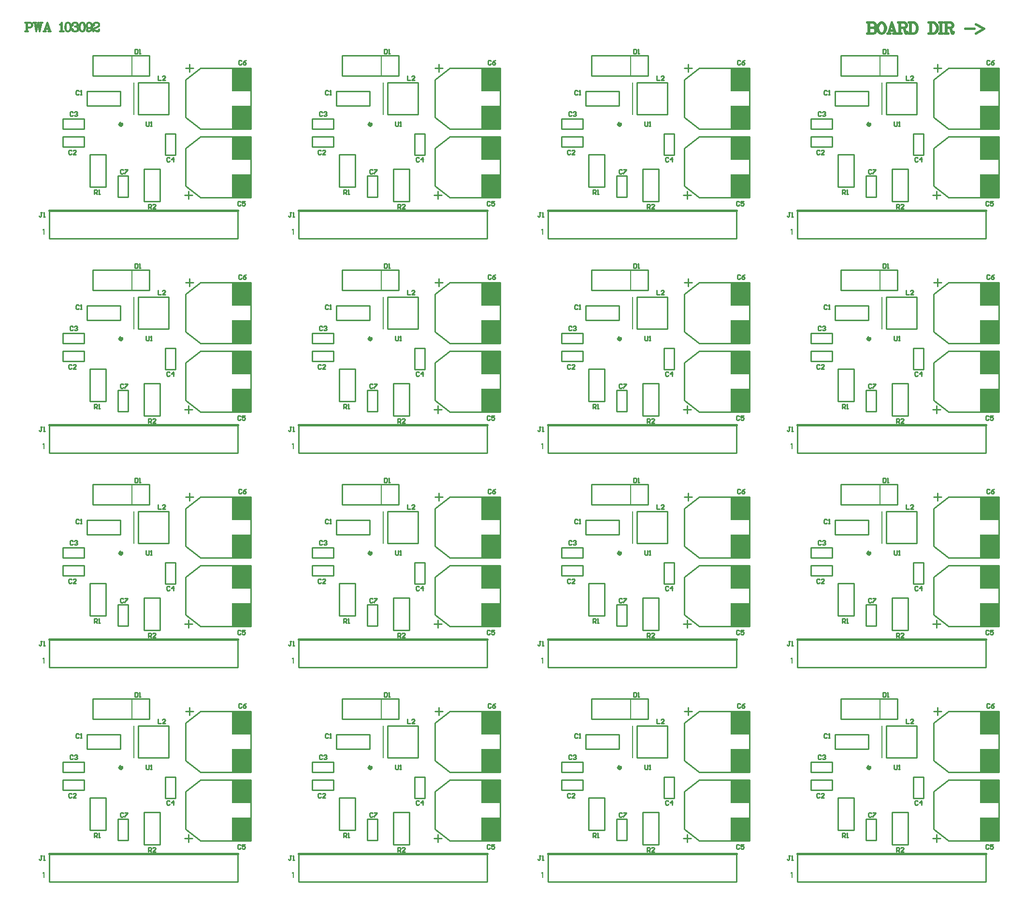
<source format=gto>
G04*
G04 #@! TF.GenerationSoftware,Altium Limited,Altium Designer,18.1.9 (240)*
G04*
G04 Layer_Color=65535*
%FSLAX24Y24*%
%MOIN*%
G70*
G01*
G75*
%ADD24C,0.0150*%
%ADD31C,0.0080*%
%ADD32C,0.0170*%
%ADD33C,0.0120*%
%ADD34C,0.0250*%
%ADD35C,0.0100*%
G36*
X70425Y57175D02*
X69125D01*
Y58775D01*
X70425D01*
Y57175D01*
D02*
G37*
G36*
X53225D02*
X51925D01*
Y58775D01*
X53225D01*
Y57175D01*
D02*
G37*
G36*
X36025D02*
X34725D01*
Y58775D01*
X36025D01*
Y57175D01*
D02*
G37*
G36*
X18825D02*
X17525D01*
Y58775D01*
X18825D01*
Y57175D01*
D02*
G37*
G36*
X70425Y54575D02*
X69125D01*
Y56175D01*
X70425D01*
Y54575D01*
D02*
G37*
G36*
X53225D02*
X51925D01*
Y56175D01*
X53225D01*
Y54575D01*
D02*
G37*
G36*
X36025D02*
X34725D01*
Y56175D01*
X36025D01*
Y54575D01*
D02*
G37*
G36*
X18825D02*
X17525D01*
Y56175D01*
X18825D01*
Y54575D01*
D02*
G37*
G36*
X70425Y52425D02*
X69125D01*
Y54025D01*
X70425D01*
Y52425D01*
D02*
G37*
G36*
X53225D02*
X51925D01*
Y54025D01*
X53225D01*
Y52425D01*
D02*
G37*
G36*
X36025D02*
X34725D01*
Y54025D01*
X36025D01*
Y52425D01*
D02*
G37*
G36*
X18825D02*
X17525D01*
Y54025D01*
X18825D01*
Y52425D01*
D02*
G37*
G36*
X70425Y49825D02*
X69125D01*
Y51425D01*
X70425D01*
Y49825D01*
D02*
G37*
G36*
X53225D02*
X51925D01*
Y51425D01*
X53225D01*
Y49825D01*
D02*
G37*
G36*
X36025D02*
X34725D01*
Y51425D01*
X36025D01*
Y49825D01*
D02*
G37*
G36*
X18825D02*
X17525D01*
Y51425D01*
X18825D01*
Y49825D01*
D02*
G37*
G36*
X70425Y42375D02*
X69125D01*
Y43975D01*
X70425D01*
Y42375D01*
D02*
G37*
G36*
X53225D02*
X51925D01*
Y43975D01*
X53225D01*
Y42375D01*
D02*
G37*
G36*
X36025D02*
X34725D01*
Y43975D01*
X36025D01*
Y42375D01*
D02*
G37*
G36*
X18825D02*
X17525D01*
Y43975D01*
X18825D01*
Y42375D01*
D02*
G37*
G36*
X70425Y39775D02*
X69125D01*
Y41375D01*
X70425D01*
Y39775D01*
D02*
G37*
G36*
X53225D02*
X51925D01*
Y41375D01*
X53225D01*
Y39775D01*
D02*
G37*
G36*
X36025D02*
X34725D01*
Y41375D01*
X36025D01*
Y39775D01*
D02*
G37*
G36*
X18825D02*
X17525D01*
Y41375D01*
X18825D01*
Y39775D01*
D02*
G37*
G36*
X70425Y37625D02*
X69125D01*
Y39225D01*
X70425D01*
Y37625D01*
D02*
G37*
G36*
X53225D02*
X51925D01*
Y39225D01*
X53225D01*
Y37625D01*
D02*
G37*
G36*
X36025D02*
X34725D01*
Y39225D01*
X36025D01*
Y37625D01*
D02*
G37*
G36*
X18825D02*
X17525D01*
Y39225D01*
X18825D01*
Y37625D01*
D02*
G37*
G36*
X70425Y35025D02*
X69125D01*
Y36625D01*
X70425D01*
Y35025D01*
D02*
G37*
G36*
X53225D02*
X51925D01*
Y36625D01*
X53225D01*
Y35025D01*
D02*
G37*
G36*
X36025D02*
X34725D01*
Y36625D01*
X36025D01*
Y35025D01*
D02*
G37*
G36*
X18825D02*
X17525D01*
Y36625D01*
X18825D01*
Y35025D01*
D02*
G37*
G36*
X70425Y27575D02*
X69125D01*
Y29175D01*
X70425D01*
Y27575D01*
D02*
G37*
G36*
X53225D02*
X51925D01*
Y29175D01*
X53225D01*
Y27575D01*
D02*
G37*
G36*
X36025D02*
X34725D01*
Y29175D01*
X36025D01*
Y27575D01*
D02*
G37*
G36*
X18825D02*
X17525D01*
Y29175D01*
X18825D01*
Y27575D01*
D02*
G37*
G36*
X70425Y24975D02*
X69125D01*
Y26575D01*
X70425D01*
Y24975D01*
D02*
G37*
G36*
X53225D02*
X51925D01*
Y26575D01*
X53225D01*
Y24975D01*
D02*
G37*
G36*
X36025D02*
X34725D01*
Y26575D01*
X36025D01*
Y24975D01*
D02*
G37*
G36*
X18825D02*
X17525D01*
Y26575D01*
X18825D01*
Y24975D01*
D02*
G37*
G36*
X70425Y22825D02*
X69125D01*
Y24425D01*
X70425D01*
Y22825D01*
D02*
G37*
G36*
X53225D02*
X51925D01*
Y24425D01*
X53225D01*
Y22825D01*
D02*
G37*
G36*
X36025D02*
X34725D01*
Y24425D01*
X36025D01*
Y22825D01*
D02*
G37*
G36*
X18825D02*
X17525D01*
Y24425D01*
X18825D01*
Y22825D01*
D02*
G37*
G36*
X70425Y20225D02*
X69125D01*
Y21825D01*
X70425D01*
Y20225D01*
D02*
G37*
G36*
X53225D02*
X51925D01*
Y21825D01*
X53225D01*
Y20225D01*
D02*
G37*
G36*
X36025D02*
X34725D01*
Y21825D01*
X36025D01*
Y20225D01*
D02*
G37*
G36*
X18825D02*
X17525D01*
Y21825D01*
X18825D01*
Y20225D01*
D02*
G37*
G36*
X70425Y12775D02*
X69125D01*
Y14375D01*
X70425D01*
Y12775D01*
D02*
G37*
G36*
X53225D02*
X51925D01*
Y14375D01*
X53225D01*
Y12775D01*
D02*
G37*
G36*
X36025D02*
X34725D01*
Y14375D01*
X36025D01*
Y12775D01*
D02*
G37*
G36*
X18825D02*
X17525D01*
Y14375D01*
X18825D01*
Y12775D01*
D02*
G37*
G36*
X70425Y10175D02*
X69125D01*
Y11775D01*
X70425D01*
Y10175D01*
D02*
G37*
G36*
X53225D02*
X51925D01*
Y11775D01*
X53225D01*
Y10175D01*
D02*
G37*
G36*
X36025D02*
X34725D01*
Y11775D01*
X36025D01*
Y10175D01*
D02*
G37*
G36*
X18825D02*
X17525D01*
Y11775D01*
X18825D01*
Y10175D01*
D02*
G37*
G36*
X70425Y8025D02*
X69125D01*
Y9625D01*
X70425D01*
Y8025D01*
D02*
G37*
G36*
X53225D02*
X51925D01*
Y9625D01*
X53225D01*
Y8025D01*
D02*
G37*
G36*
X36025D02*
X34725D01*
Y9625D01*
X36025D01*
Y8025D01*
D02*
G37*
G36*
X18825D02*
X17525D01*
Y9625D01*
X18825D01*
Y8025D01*
D02*
G37*
G36*
X70425Y5425D02*
X69125D01*
Y7025D01*
X70425D01*
Y5425D01*
D02*
G37*
G36*
X53225D02*
X51925D01*
Y7025D01*
X53225D01*
Y5425D01*
D02*
G37*
G36*
X36025D02*
X34725D01*
Y7025D01*
X36025D01*
Y5425D01*
D02*
G37*
G36*
X18825D02*
X17525D01*
Y7025D01*
X18825D01*
Y5425D01*
D02*
G37*
D24*
X4925Y4525D02*
X17925D01*
X22125D02*
X35125D01*
X39325D02*
X52325D01*
X56525D02*
X69525D01*
X4925Y19325D02*
X17925D01*
X22125D02*
X35125D01*
X39325D02*
X52325D01*
X56525D02*
X69525D01*
X4925Y34125D02*
X17925D01*
X22125D02*
X35125D01*
X39325D02*
X52325D01*
X56525D02*
X69525D01*
X4925Y48925D02*
X17925D01*
X22125D02*
X35125D01*
X39325D02*
X52325D01*
X56525D02*
X69525D01*
D31*
X10775Y11175D02*
Y13375D01*
X10625Y13825D02*
Y15225D01*
X4480Y3204D02*
X4516Y3221D01*
X4569Y3275D01*
Y2900D01*
X27975Y11175D02*
Y13375D01*
X27825Y13825D02*
Y15225D01*
X21680Y3204D02*
X21716Y3221D01*
X21769Y3275D01*
Y2900D01*
X45175Y11175D02*
Y13375D01*
X45025Y13825D02*
Y15225D01*
X38880Y3204D02*
X38916Y3221D01*
X38969Y3275D01*
Y2900D01*
X62375Y11175D02*
Y13375D01*
X62225Y13825D02*
Y15225D01*
X56080Y3204D02*
X56116Y3221D01*
X56169Y3275D01*
Y2900D01*
X10775Y25975D02*
Y28175D01*
X10625Y28625D02*
Y30025D01*
X4480Y18004D02*
X4516Y18021D01*
X4569Y18075D01*
Y17700D01*
X27975Y25975D02*
Y28175D01*
X27825Y28625D02*
Y30025D01*
X21680Y18004D02*
X21716Y18021D01*
X21769Y18075D01*
Y17700D01*
X45175Y25975D02*
Y28175D01*
X45025Y28625D02*
Y30025D01*
X38880Y18004D02*
X38916Y18021D01*
X38969Y18075D01*
Y17700D01*
X62375Y25975D02*
Y28175D01*
X62225Y28625D02*
Y30025D01*
X56080Y18004D02*
X56116Y18021D01*
X56169Y18075D01*
Y17700D01*
X10775Y40775D02*
Y42975D01*
X10625Y43425D02*
Y44825D01*
X4480Y32804D02*
X4516Y32821D01*
X4569Y32875D01*
Y32500D01*
X27975Y40775D02*
Y42975D01*
X27825Y43425D02*
Y44825D01*
X21680Y32804D02*
X21716Y32821D01*
X21769Y32875D01*
Y32500D01*
X45175Y40775D02*
Y42975D01*
X45025Y43425D02*
Y44825D01*
X38880Y32804D02*
X38916Y32821D01*
X38969Y32875D01*
Y32500D01*
X62375Y40775D02*
Y42975D01*
X62225Y43425D02*
Y44825D01*
X56080Y32804D02*
X56116Y32821D01*
X56169Y32875D01*
Y32500D01*
X10775Y55575D02*
Y57775D01*
X10625Y58225D02*
Y59625D01*
X4480Y47604D02*
X4516Y47621D01*
X4569Y47675D01*
Y47300D01*
X27975Y55575D02*
Y57775D01*
X27825Y58225D02*
Y59625D01*
X21680Y47604D02*
X21716Y47621D01*
X21769Y47675D01*
Y47300D01*
X45175Y55575D02*
Y57775D01*
X45025Y58225D02*
Y59625D01*
X38880Y47604D02*
X38916Y47621D01*
X38969Y47675D01*
Y47300D01*
X62375Y55575D02*
Y57775D01*
X62225Y58225D02*
Y59625D01*
X56080Y47604D02*
X56116Y47621D01*
X56169Y47675D01*
Y47300D01*
D32*
X61438Y61915D02*
Y61165D01*
X61473Y61915D02*
Y61165D01*
X61331Y61915D02*
X61759D01*
X61866Y61879D01*
X61902Y61844D01*
X61938Y61772D01*
Y61701D01*
X61902Y61630D01*
X61866Y61594D01*
X61759Y61558D01*
Y61915D02*
X61830Y61879D01*
X61866Y61844D01*
X61902Y61772D01*
Y61701D01*
X61866Y61630D01*
X61830Y61594D01*
X61759Y61558D01*
X61473D02*
X61759D01*
X61866Y61522D01*
X61902Y61487D01*
X61938Y61415D01*
Y61308D01*
X61902Y61237D01*
X61866Y61201D01*
X61759Y61165D01*
X61331D01*
X61759Y61558D02*
X61830Y61522D01*
X61866Y61487D01*
X61902Y61415D01*
Y61308D01*
X61866Y61237D01*
X61830Y61201D01*
X61759Y61165D01*
X62287Y61915D02*
X62180Y61879D01*
X62109Y61808D01*
X62073Y61737D01*
X62038Y61594D01*
Y61487D01*
X62073Y61344D01*
X62109Y61272D01*
X62180Y61201D01*
X62287Y61165D01*
X62359D01*
X62466Y61201D01*
X62537Y61272D01*
X62573Y61344D01*
X62609Y61487D01*
Y61594D01*
X62573Y61737D01*
X62537Y61808D01*
X62466Y61879D01*
X62359Y61915D01*
X62287D01*
X62216Y61879D01*
X62145Y61808D01*
X62109Y61737D01*
X62073Y61594D01*
Y61487D01*
X62109Y61344D01*
X62145Y61272D01*
X62216Y61201D01*
X62287Y61165D01*
X62359D02*
X62430Y61201D01*
X62502Y61272D01*
X62537Y61344D01*
X62573Y61487D01*
Y61594D01*
X62537Y61737D01*
X62502Y61808D01*
X62430Y61879D01*
X62359Y61915D01*
X63034D02*
X62784Y61165D01*
X63034Y61915D02*
X63284Y61165D01*
X63034Y61808D02*
X63248Y61165D01*
X62855Y61380D02*
X63177D01*
X62712Y61165D02*
X62927D01*
X63141D02*
X63355D01*
X63559Y61915D02*
Y61165D01*
X63594Y61915D02*
Y61165D01*
X63451Y61915D02*
X63880D01*
X63987Y61879D01*
X64023Y61844D01*
X64058Y61772D01*
Y61701D01*
X64023Y61630D01*
X63987Y61594D01*
X63880Y61558D01*
X63594D01*
X63880Y61915D02*
X63951Y61879D01*
X63987Y61844D01*
X64023Y61772D01*
Y61701D01*
X63987Y61630D01*
X63951Y61594D01*
X63880Y61558D01*
X63451Y61165D02*
X63701D01*
X63773Y61558D02*
X63844Y61522D01*
X63880Y61487D01*
X63987Y61237D01*
X64023Y61201D01*
X64058D01*
X64094Y61237D01*
X63844Y61522D02*
X63880Y61451D01*
X63951Y61201D01*
X63987Y61165D01*
X64058D01*
X64094Y61237D01*
Y61272D01*
X64298Y61915D02*
Y61165D01*
X64333Y61915D02*
Y61165D01*
X64191Y61915D02*
X64548D01*
X64655Y61879D01*
X64726Y61808D01*
X64762Y61737D01*
X64798Y61630D01*
Y61451D01*
X64762Y61344D01*
X64726Y61272D01*
X64655Y61201D01*
X64548Y61165D01*
X64191D01*
X64548Y61915D02*
X64619Y61879D01*
X64690Y61808D01*
X64726Y61737D01*
X64762Y61630D01*
Y61451D01*
X64726Y61344D01*
X64690Y61272D01*
X64619Y61201D01*
X64548Y61165D01*
X65680Y61915D02*
Y61165D01*
X65715Y61915D02*
Y61165D01*
X65572Y61915D02*
X65930D01*
X66037Y61879D01*
X66108Y61808D01*
X66144Y61737D01*
X66179Y61630D01*
Y61451D01*
X66144Y61344D01*
X66108Y61272D01*
X66037Y61201D01*
X65930Y61165D01*
X65572D01*
X65930Y61915D02*
X66001Y61879D01*
X66072Y61808D01*
X66108Y61737D01*
X66144Y61630D01*
Y61451D01*
X66108Y61344D01*
X66072Y61272D01*
X66001Y61201D01*
X65930Y61165D01*
X66387Y61915D02*
Y61165D01*
X66422Y61915D02*
Y61165D01*
X66279Y61915D02*
X66529D01*
X66279Y61165D02*
X66529D01*
X66772Y61915D02*
Y61165D01*
X66808Y61915D02*
Y61165D01*
X66665Y61915D02*
X67094D01*
X67201Y61879D01*
X67236Y61844D01*
X67272Y61772D01*
Y61701D01*
X67236Y61630D01*
X67201Y61594D01*
X67094Y61558D01*
X66808D01*
X67094Y61915D02*
X67165Y61879D01*
X67201Y61844D01*
X67236Y61772D01*
Y61701D01*
X67201Y61630D01*
X67165Y61594D01*
X67094Y61558D01*
X66665Y61165D02*
X66915D01*
X66986Y61558D02*
X67058Y61522D01*
X67094Y61487D01*
X67201Y61237D01*
X67236Y61201D01*
X67272D01*
X67308Y61237D01*
X67058Y61522D02*
X67094Y61451D01*
X67165Y61201D01*
X67201Y61165D01*
X67272D01*
X67308Y61237D01*
Y61272D01*
X68079Y61487D02*
X68722D01*
X68818Y61808D02*
X69389Y61487D01*
X68818Y61165D01*
D33*
X3353Y61885D02*
Y61285D01*
X3381Y61885D02*
Y61285D01*
X3267Y61885D02*
X3610D01*
X3696Y61856D01*
X3724Y61828D01*
X3753Y61771D01*
Y61685D01*
X3724Y61628D01*
X3696Y61599D01*
X3610Y61571D01*
X3381D01*
X3610Y61885D02*
X3667Y61856D01*
X3696Y61828D01*
X3724Y61771D01*
Y61685D01*
X3696Y61628D01*
X3667Y61599D01*
X3610Y61571D01*
X3267Y61285D02*
X3467D01*
X3918Y61885D02*
X4033Y61285D01*
X3947Y61885D02*
X4033Y61428D01*
X4147Y61885D02*
X4033Y61285D01*
X4147Y61885D02*
X4261Y61285D01*
X4176Y61885D02*
X4261Y61428D01*
X4376Y61885D02*
X4261Y61285D01*
X3833Y61885D02*
X4033D01*
X4290D02*
X4461D01*
X4784D02*
X4584Y61285D01*
X4784Y61885D02*
X4984Y61285D01*
X4784Y61799D02*
X4955Y61285D01*
X4641Y61456D02*
X4898D01*
X4527Y61285D02*
X4698D01*
X4870D02*
X5041D01*
X5658Y61771D02*
X5715Y61799D01*
X5801Y61885D01*
Y61285D01*
X5772Y61856D02*
Y61285D01*
X5658D02*
X5915D01*
X6189Y61885D02*
X6104Y61856D01*
X6047Y61771D01*
X6018Y61628D01*
Y61542D01*
X6047Y61399D01*
X6104Y61314D01*
X6189Y61285D01*
X6247D01*
X6332Y61314D01*
X6389Y61399D01*
X6418Y61542D01*
Y61628D01*
X6389Y61771D01*
X6332Y61856D01*
X6247Y61885D01*
X6189D01*
X6132Y61856D01*
X6104Y61828D01*
X6075Y61771D01*
X6047Y61628D01*
Y61542D01*
X6075Y61399D01*
X6104Y61342D01*
X6132Y61314D01*
X6189Y61285D01*
X6247D02*
X6304Y61314D01*
X6332Y61342D01*
X6361Y61399D01*
X6389Y61542D01*
Y61628D01*
X6361Y61771D01*
X6332Y61828D01*
X6304Y61856D01*
X6247Y61885D01*
X6535Y61771D02*
X6564Y61742D01*
X6535Y61713D01*
X6506Y61742D01*
Y61771D01*
X6535Y61828D01*
X6564Y61856D01*
X6649Y61885D01*
X6764D01*
X6849Y61856D01*
X6878Y61799D01*
Y61713D01*
X6849Y61656D01*
X6764Y61628D01*
X6678D01*
X6764Y61885D02*
X6821Y61856D01*
X6849Y61799D01*
Y61713D01*
X6821Y61656D01*
X6764Y61628D01*
X6821Y61599D01*
X6878Y61542D01*
X6906Y61485D01*
Y61399D01*
X6878Y61342D01*
X6849Y61314D01*
X6764Y61285D01*
X6649D01*
X6564Y61314D01*
X6535Y61342D01*
X6506Y61399D01*
Y61428D01*
X6535Y61456D01*
X6564Y61428D01*
X6535Y61399D01*
X6849Y61571D02*
X6878Y61485D01*
Y61399D01*
X6849Y61342D01*
X6821Y61314D01*
X6764Y61285D01*
X7166Y61885D02*
X7081Y61856D01*
X7024Y61771D01*
X6995Y61628D01*
Y61542D01*
X7024Y61399D01*
X7081Y61314D01*
X7166Y61285D01*
X7223D01*
X7309Y61314D01*
X7366Y61399D01*
X7395Y61542D01*
Y61628D01*
X7366Y61771D01*
X7309Y61856D01*
X7223Y61885D01*
X7166D01*
X7109Y61856D01*
X7081Y61828D01*
X7052Y61771D01*
X7024Y61628D01*
Y61542D01*
X7052Y61399D01*
X7081Y61342D01*
X7109Y61314D01*
X7166Y61285D01*
X7223D02*
X7281Y61314D01*
X7309Y61342D01*
X7338Y61399D01*
X7366Y61542D01*
Y61628D01*
X7338Y61771D01*
X7309Y61828D01*
X7281Y61856D01*
X7223Y61885D01*
X7855Y61685D02*
X7826Y61599D01*
X7769Y61542D01*
X7683Y61514D01*
X7655D01*
X7569Y61542D01*
X7512Y61599D01*
X7483Y61685D01*
Y61713D01*
X7512Y61799D01*
X7569Y61856D01*
X7655Y61885D01*
X7712D01*
X7798Y61856D01*
X7855Y61799D01*
X7883Y61713D01*
Y61542D01*
X7855Y61428D01*
X7826Y61371D01*
X7769Y61314D01*
X7683Y61285D01*
X7598D01*
X7541Y61314D01*
X7512Y61371D01*
Y61399D01*
X7541Y61428D01*
X7569Y61399D01*
X7541Y61371D01*
X7655Y61514D02*
X7598Y61542D01*
X7541Y61599D01*
X7512Y61685D01*
Y61713D01*
X7541Y61799D01*
X7598Y61856D01*
X7655Y61885D01*
X7712D02*
X7769Y61856D01*
X7826Y61799D01*
X7855Y61713D01*
Y61542D01*
X7826Y61428D01*
X7798Y61371D01*
X7741Y61314D01*
X7683Y61285D01*
X8000Y61771D02*
X8029Y61742D01*
X8000Y61713D01*
X7972Y61742D01*
Y61771D01*
X8000Y61828D01*
X8029Y61856D01*
X8115Y61885D01*
X8229D01*
X8315Y61856D01*
X8343Y61828D01*
X8372Y61771D01*
Y61713D01*
X8343Y61656D01*
X8258Y61599D01*
X8115Y61542D01*
X8058Y61514D01*
X8000Y61456D01*
X7972Y61371D01*
Y61285D01*
X8229Y61885D02*
X8286Y61856D01*
X8315Y61828D01*
X8343Y61771D01*
Y61713D01*
X8315Y61656D01*
X8229Y61599D01*
X8115Y61542D01*
X7972Y61342D02*
X8000Y61371D01*
X8058D01*
X8200Y61314D01*
X8286D01*
X8343Y61342D01*
X8372Y61371D01*
Y61428D01*
X8058Y61371D02*
X8200Y61285D01*
X8315D01*
X8343Y61314D01*
X8372Y61371D01*
D34*
X9885Y10480D02*
G03*
X9885Y10480I-30J0D01*
G01*
X9905D02*
G03*
X9905Y10480I-50J0D01*
G01*
X27085Y10480D02*
G03*
X27085Y10480I-30J0D01*
G01*
X27105D02*
G03*
X27105Y10480I-50J0D01*
G01*
X44285Y10480D02*
G03*
X44285Y10480I-30J0D01*
G01*
X44305D02*
G03*
X44305Y10480I-50J0D01*
G01*
X61485Y10480D02*
G03*
X61485Y10480I-30J0D01*
G01*
X61505D02*
G03*
X61505Y10480I-50J0D01*
G01*
X9885Y25280D02*
G03*
X9885Y25280I-30J0D01*
G01*
X9905D02*
G03*
X9905Y25280I-50J0D01*
G01*
X27085Y25280D02*
G03*
X27085Y25280I-30J0D01*
G01*
X27105D02*
G03*
X27105Y25280I-50J0D01*
G01*
X44285Y25280D02*
G03*
X44285Y25280I-30J0D01*
G01*
X44305D02*
G03*
X44305Y25280I-50J0D01*
G01*
X61485Y25280D02*
G03*
X61485Y25280I-30J0D01*
G01*
X61505D02*
G03*
X61505Y25280I-50J0D01*
G01*
X9885Y40080D02*
G03*
X9885Y40080I-30J0D01*
G01*
X9905D02*
G03*
X9905Y40080I-50J0D01*
G01*
X27085Y40080D02*
G03*
X27085Y40080I-30J0D01*
G01*
X27105D02*
G03*
X27105Y40080I-50J0D01*
G01*
X44285Y40080D02*
G03*
X44285Y40080I-30J0D01*
G01*
X44305D02*
G03*
X44305Y40080I-50J0D01*
G01*
X61485Y40080D02*
G03*
X61485Y40080I-30J0D01*
G01*
X61505D02*
G03*
X61505Y40080I-50J0D01*
G01*
X9885Y54880D02*
G03*
X9885Y54880I-30J0D01*
G01*
X9905D02*
G03*
X9905Y54880I-50J0D01*
G01*
X27085Y54880D02*
G03*
X27085Y54880I-30J0D01*
G01*
X27105D02*
G03*
X27105Y54880I-50J0D01*
G01*
X44285Y54880D02*
G03*
X44285Y54880I-30J0D01*
G01*
X44305D02*
G03*
X44305Y54880I-50J0D01*
G01*
X61485Y54880D02*
G03*
X61485Y54880I-30J0D01*
G01*
X61505D02*
G03*
X61505Y54880I-50J0D01*
G01*
D35*
X4925Y2600D02*
X17925Y2600D01*
X4925Y2600D02*
Y4525D01*
X17925Y2600D02*
Y4525D01*
X14325Y10975D02*
X15375Y10175D01*
X18825D01*
X14325Y13575D02*
X15375Y14375D01*
X18825D01*
Y10175D02*
Y14375D01*
X14325Y10975D02*
Y13575D01*
Y6225D02*
X15375Y5425D01*
X18825D01*
X14325Y8825D02*
X15375Y9625D01*
X18825D01*
Y5425D02*
Y9625D01*
X14325Y6225D02*
Y8825D01*
X7325Y10175D02*
Y10875D01*
X5875Y10175D02*
Y10875D01*
Y10175D02*
X7325D01*
X5875Y10875D02*
X7325D01*
X11075Y11175D02*
X13175D01*
X11075Y13375D02*
X13175D01*
X11075Y11175D02*
Y13375D01*
X13175Y11175D02*
Y13375D01*
X7925Y13825D02*
X11825D01*
X7925Y15225D02*
X11825D01*
X7925Y13825D02*
Y15225D01*
X11825Y13825D02*
Y15225D01*
X7725Y6150D02*
X8825D01*
X7725Y8400D02*
X8825D01*
Y6150D02*
Y8400D01*
X7725Y6150D02*
Y8400D01*
X11475Y7400D02*
X12575D01*
X11475Y5150D02*
X12575D01*
X11475D02*
Y7400D01*
X12575Y5150D02*
Y7400D01*
X7525Y12775D02*
X9825D01*
X7525Y11775D02*
X9825D01*
Y12775D01*
X7525Y11775D02*
Y12775D01*
X12925Y9825D02*
X13625D01*
X12925Y8375D02*
X13625D01*
Y9825D01*
X12925Y8375D02*
Y9825D01*
X9675Y5475D02*
X10375D01*
X9675Y6925D02*
X10375D01*
X9675Y5475D02*
Y6925D01*
X10375Y5475D02*
Y6925D01*
X7325Y8925D02*
Y9625D01*
X5875Y8925D02*
Y9625D01*
Y8925D02*
X7325D01*
X5875Y9625D02*
X7325D01*
X14607Y14089D02*
Y14625D01*
X14875Y14357D02*
X14339D01*
X14517Y5339D02*
Y5875D01*
X14784Y5607D02*
X14249D01*
X18190Y14850D02*
X18140Y14900D01*
X18040D01*
X17990Y14850D01*
Y14650D01*
X18040Y14600D01*
X18140D01*
X18190Y14650D01*
X18490Y14900D02*
X18390Y14850D01*
X18290Y14750D01*
Y14650D01*
X18340Y14600D01*
X18440D01*
X18490Y14650D01*
Y14700D01*
X18440Y14750D01*
X18290D01*
X18125Y5125D02*
X18075Y5175D01*
X17975D01*
X17925Y5125D01*
Y4925D01*
X17975Y4875D01*
X18075D01*
X18125Y4925D01*
X18425Y5175D02*
X18225D01*
Y5025D01*
X18325Y5075D01*
X18375D01*
X18425Y5025D01*
Y4925D01*
X18375Y4875D01*
X18275D01*
X18225Y4925D01*
X4420Y4400D02*
X4320D01*
X4370D01*
Y4150D01*
X4320Y4100D01*
X4270D01*
X4220Y4150D01*
X4520Y4100D02*
X4620D01*
X4570D01*
Y4400D01*
X4520Y4350D01*
X11600Y10660D02*
Y10410D01*
X11650Y10360D01*
X11750D01*
X11800Y10410D01*
Y10660D01*
X11900Y10360D02*
X12000D01*
X11950D01*
Y10660D01*
X11900Y10610D01*
X6550Y11310D02*
X6500Y11360D01*
X6400D01*
X6350Y11310D01*
Y11110D01*
X6400Y11060D01*
X6500D01*
X6550Y11110D01*
X6650Y11310D02*
X6700Y11360D01*
X6800D01*
X6850Y11310D01*
Y11260D01*
X6800Y11210D01*
X6750D01*
X6800D01*
X6850Y11160D01*
Y11110D01*
X6800Y11060D01*
X6700D01*
X6650Y11110D01*
X12425Y13825D02*
Y13525D01*
X12625D01*
X12925D02*
X12725D01*
X12925Y13725D01*
Y13775D01*
X12875Y13825D01*
X12775D01*
X12725Y13775D01*
X10825Y15675D02*
Y15375D01*
X10975D01*
X11025Y15425D01*
Y15625D01*
X10975Y15675D01*
X10825D01*
X11125Y15375D02*
X11225D01*
X11175D01*
Y15675D01*
X11125Y15625D01*
X8025Y5675D02*
Y5975D01*
X8175D01*
X8225Y5925D01*
Y5825D01*
X8175Y5775D01*
X8025D01*
X8125D02*
X8225Y5675D01*
X8325D02*
X8425D01*
X8375D01*
Y5975D01*
X8325Y5925D01*
X11749Y4670D02*
Y4970D01*
X11899D01*
X11949Y4920D01*
Y4820D01*
X11899Y4770D01*
X11749D01*
X11849D02*
X11949Y4670D01*
X12249D02*
X12049D01*
X12249Y4870D01*
Y4920D01*
X12199Y4970D01*
X12099D01*
X12049Y4920D01*
X6975Y12775D02*
X6925Y12825D01*
X6825D01*
X6775Y12775D01*
Y12575D01*
X6825Y12525D01*
X6925D01*
X6975Y12575D01*
X7075Y12525D02*
X7175D01*
X7125D01*
Y12825D01*
X7075Y12775D01*
X13240Y8162D02*
X13190Y8212D01*
X13090D01*
X13040Y8162D01*
Y7963D01*
X13090Y7913D01*
X13190D01*
X13240Y7963D01*
X13490Y7913D02*
Y8212D01*
X13340Y8063D01*
X13540D01*
X10030Y7330D02*
X9980Y7380D01*
X9880D01*
X9830Y7330D01*
Y7130D01*
X9880Y7080D01*
X9980D01*
X10030Y7130D01*
X10130Y7380D02*
X10330D01*
Y7330D01*
X10130Y7130D01*
Y7080D01*
X6475Y8650D02*
X6425Y8700D01*
X6325D01*
X6275Y8650D01*
Y8450D01*
X6325Y8400D01*
X6425D01*
X6475Y8450D01*
X6775Y8400D02*
X6575D01*
X6775Y8600D01*
Y8650D01*
X6725Y8700D01*
X6625D01*
X6575Y8650D01*
X22125Y2600D02*
X35125Y2600D01*
X22125Y2600D02*
Y4525D01*
X35125Y2600D02*
Y4525D01*
X31525Y10975D02*
X32575Y10175D01*
X36025D01*
X31525Y13575D02*
X32575Y14375D01*
X36025D01*
Y10175D02*
Y14375D01*
X31525Y10975D02*
Y13575D01*
Y6225D02*
X32575Y5425D01*
X36025D01*
X31525Y8825D02*
X32575Y9625D01*
X36025D01*
Y5425D02*
Y9625D01*
X31525Y6225D02*
Y8825D01*
X24525Y10175D02*
Y10875D01*
X23075Y10175D02*
Y10875D01*
Y10175D02*
X24525D01*
X23075Y10875D02*
X24525D01*
X28275Y11175D02*
X30375D01*
X28275Y13375D02*
X30375D01*
X28275Y11175D02*
Y13375D01*
X30375Y11175D02*
Y13375D01*
X25125Y13825D02*
X29025D01*
X25125Y15225D02*
X29025D01*
X25125Y13825D02*
Y15225D01*
X29025Y13825D02*
Y15225D01*
X24925Y6150D02*
X26025D01*
X24925Y8400D02*
X26025D01*
Y6150D02*
Y8400D01*
X24925Y6150D02*
Y8400D01*
X28675Y7400D02*
X29775D01*
X28675Y5150D02*
X29775D01*
X28675D02*
Y7400D01*
X29775Y5150D02*
Y7400D01*
X24725Y12775D02*
X27025D01*
X24725Y11775D02*
X27025D01*
Y12775D01*
X24725Y11775D02*
Y12775D01*
X30125Y9825D02*
X30825D01*
X30125Y8375D02*
X30825D01*
Y9825D01*
X30125Y8375D02*
Y9825D01*
X26875Y5475D02*
X27575D01*
X26875Y6925D02*
X27575D01*
X26875Y5475D02*
Y6925D01*
X27575Y5475D02*
Y6925D01*
X24525Y8925D02*
Y9625D01*
X23075Y8925D02*
Y9625D01*
Y8925D02*
X24525D01*
X23075Y9625D02*
X24525D01*
X31807Y14089D02*
Y14625D01*
X32075Y14357D02*
X31539D01*
X31717Y5339D02*
Y5875D01*
X31984Y5607D02*
X31449D01*
X35390Y14850D02*
X35340Y14900D01*
X35240D01*
X35190Y14850D01*
Y14650D01*
X35240Y14600D01*
X35340D01*
X35390Y14650D01*
X35690Y14900D02*
X35590Y14850D01*
X35490Y14750D01*
Y14650D01*
X35540Y14600D01*
X35640D01*
X35690Y14650D01*
Y14700D01*
X35640Y14750D01*
X35490D01*
X35325Y5125D02*
X35275Y5175D01*
X35175D01*
X35125Y5125D01*
Y4925D01*
X35175Y4875D01*
X35275D01*
X35325Y4925D01*
X35625Y5175D02*
X35425D01*
Y5025D01*
X35525Y5075D01*
X35575D01*
X35625Y5025D01*
Y4925D01*
X35575Y4875D01*
X35475D01*
X35425Y4925D01*
X21620Y4400D02*
X21520D01*
X21570D01*
Y4150D01*
X21520Y4100D01*
X21470D01*
X21420Y4150D01*
X21720Y4100D02*
X21820D01*
X21770D01*
Y4400D01*
X21720Y4350D01*
X28800Y10660D02*
Y10410D01*
X28850Y10360D01*
X28950D01*
X29000Y10410D01*
Y10660D01*
X29100Y10360D02*
X29200D01*
X29150D01*
Y10660D01*
X29100Y10610D01*
X23750Y11310D02*
X23700Y11360D01*
X23600D01*
X23550Y11310D01*
Y11110D01*
X23600Y11060D01*
X23700D01*
X23750Y11110D01*
X23850Y11310D02*
X23900Y11360D01*
X24000D01*
X24050Y11310D01*
Y11260D01*
X24000Y11210D01*
X23950D01*
X24000D01*
X24050Y11160D01*
Y11110D01*
X24000Y11060D01*
X23900D01*
X23850Y11110D01*
X29625Y13825D02*
Y13525D01*
X29825D01*
X30125D02*
X29925D01*
X30125Y13725D01*
Y13775D01*
X30075Y13825D01*
X29975D01*
X29925Y13775D01*
X28025Y15675D02*
Y15375D01*
X28175D01*
X28225Y15425D01*
Y15625D01*
X28175Y15675D01*
X28025D01*
X28325Y15375D02*
X28425D01*
X28375D01*
Y15675D01*
X28325Y15625D01*
X25225Y5675D02*
Y5975D01*
X25375D01*
X25425Y5925D01*
Y5825D01*
X25375Y5775D01*
X25225D01*
X25325D02*
X25425Y5675D01*
X25525D02*
X25625D01*
X25575D01*
Y5975D01*
X25525Y5925D01*
X28949Y4670D02*
Y4970D01*
X29099D01*
X29149Y4920D01*
Y4820D01*
X29099Y4770D01*
X28949D01*
X29049D02*
X29149Y4670D01*
X29449D02*
X29249D01*
X29449Y4870D01*
Y4920D01*
X29399Y4970D01*
X29299D01*
X29249Y4920D01*
X24175Y12775D02*
X24125Y12825D01*
X24025D01*
X23975Y12775D01*
Y12575D01*
X24025Y12525D01*
X24125D01*
X24175Y12575D01*
X24275Y12525D02*
X24375D01*
X24325D01*
Y12825D01*
X24275Y12775D01*
X30440Y8162D02*
X30390Y8212D01*
X30290D01*
X30240Y8162D01*
Y7963D01*
X30290Y7913D01*
X30390D01*
X30440Y7963D01*
X30690Y7913D02*
Y8212D01*
X30540Y8063D01*
X30740D01*
X27230Y7330D02*
X27180Y7380D01*
X27080D01*
X27030Y7330D01*
Y7130D01*
X27080Y7080D01*
X27180D01*
X27230Y7130D01*
X27330Y7380D02*
X27530D01*
Y7330D01*
X27330Y7130D01*
Y7080D01*
X23675Y8650D02*
X23625Y8700D01*
X23525D01*
X23475Y8650D01*
Y8450D01*
X23525Y8400D01*
X23625D01*
X23675Y8450D01*
X23975Y8400D02*
X23775D01*
X23975Y8600D01*
Y8650D01*
X23925Y8700D01*
X23825D01*
X23775Y8650D01*
X39325Y2600D02*
X52325Y2600D01*
X39325Y2600D02*
Y4525D01*
X52325Y2600D02*
Y4525D01*
X48725Y10975D02*
X49775Y10175D01*
X53225D01*
X48725Y13575D02*
X49775Y14375D01*
X53225D01*
Y10175D02*
Y14375D01*
X48725Y10975D02*
Y13575D01*
Y6225D02*
X49775Y5425D01*
X53225D01*
X48725Y8825D02*
X49775Y9625D01*
X53225D01*
Y5425D02*
Y9625D01*
X48725Y6225D02*
Y8825D01*
X41725Y10175D02*
Y10875D01*
X40275Y10175D02*
Y10875D01*
Y10175D02*
X41725D01*
X40275Y10875D02*
X41725D01*
X45475Y11175D02*
X47575D01*
X45475Y13375D02*
X47575D01*
X45475Y11175D02*
Y13375D01*
X47575Y11175D02*
Y13375D01*
X42325Y13825D02*
X46225D01*
X42325Y15225D02*
X46225D01*
X42325Y13825D02*
Y15225D01*
X46225Y13825D02*
Y15225D01*
X42125Y6150D02*
X43225D01*
X42125Y8400D02*
X43225D01*
Y6150D02*
Y8400D01*
X42125Y6150D02*
Y8400D01*
X45875Y7400D02*
X46975D01*
X45875Y5150D02*
X46975D01*
X45875D02*
Y7400D01*
X46975Y5150D02*
Y7400D01*
X41925Y12775D02*
X44225D01*
X41925Y11775D02*
X44225D01*
Y12775D01*
X41925Y11775D02*
Y12775D01*
X47325Y9825D02*
X48025D01*
X47325Y8375D02*
X48025D01*
Y9825D01*
X47325Y8375D02*
Y9825D01*
X44075Y5475D02*
X44775D01*
X44075Y6925D02*
X44775D01*
X44075Y5475D02*
Y6925D01*
X44775Y5475D02*
Y6925D01*
X41725Y8925D02*
Y9625D01*
X40275Y8925D02*
Y9625D01*
Y8925D02*
X41725D01*
X40275Y9625D02*
X41725D01*
X49007Y14089D02*
Y14625D01*
X49275Y14357D02*
X48739D01*
X48917Y5339D02*
Y5875D01*
X49184Y5607D02*
X48649D01*
X52590Y14850D02*
X52540Y14900D01*
X52440D01*
X52390Y14850D01*
Y14650D01*
X52440Y14600D01*
X52540D01*
X52590Y14650D01*
X52890Y14900D02*
X52790Y14850D01*
X52690Y14750D01*
Y14650D01*
X52740Y14600D01*
X52840D01*
X52890Y14650D01*
Y14700D01*
X52840Y14750D01*
X52690D01*
X52525Y5125D02*
X52475Y5175D01*
X52375D01*
X52325Y5125D01*
Y4925D01*
X52375Y4875D01*
X52475D01*
X52525Y4925D01*
X52825Y5175D02*
X52625D01*
Y5025D01*
X52725Y5075D01*
X52775D01*
X52825Y5025D01*
Y4925D01*
X52775Y4875D01*
X52675D01*
X52625Y4925D01*
X38820Y4400D02*
X38720D01*
X38770D01*
Y4150D01*
X38720Y4100D01*
X38670D01*
X38620Y4150D01*
X38920Y4100D02*
X39020D01*
X38970D01*
Y4400D01*
X38920Y4350D01*
X46000Y10660D02*
Y10410D01*
X46050Y10360D01*
X46150D01*
X46200Y10410D01*
Y10660D01*
X46300Y10360D02*
X46400D01*
X46350D01*
Y10660D01*
X46300Y10610D01*
X40950Y11310D02*
X40900Y11360D01*
X40800D01*
X40750Y11310D01*
Y11110D01*
X40800Y11060D01*
X40900D01*
X40950Y11110D01*
X41050Y11310D02*
X41100Y11360D01*
X41200D01*
X41250Y11310D01*
Y11260D01*
X41200Y11210D01*
X41150D01*
X41200D01*
X41250Y11160D01*
Y11110D01*
X41200Y11060D01*
X41100D01*
X41050Y11110D01*
X46825Y13825D02*
Y13525D01*
X47025D01*
X47325D02*
X47125D01*
X47325Y13725D01*
Y13775D01*
X47275Y13825D01*
X47175D01*
X47125Y13775D01*
X45225Y15675D02*
Y15375D01*
X45375D01*
X45425Y15425D01*
Y15625D01*
X45375Y15675D01*
X45225D01*
X45525Y15375D02*
X45625D01*
X45575D01*
Y15675D01*
X45525Y15625D01*
X42425Y5675D02*
Y5975D01*
X42575D01*
X42625Y5925D01*
Y5825D01*
X42575Y5775D01*
X42425D01*
X42525D02*
X42625Y5675D01*
X42725D02*
X42825D01*
X42775D01*
Y5975D01*
X42725Y5925D01*
X46149Y4670D02*
Y4970D01*
X46299D01*
X46349Y4920D01*
Y4820D01*
X46299Y4770D01*
X46149D01*
X46249D02*
X46349Y4670D01*
X46649D02*
X46449D01*
X46649Y4870D01*
Y4920D01*
X46599Y4970D01*
X46499D01*
X46449Y4920D01*
X41375Y12775D02*
X41325Y12825D01*
X41225D01*
X41175Y12775D01*
Y12575D01*
X41225Y12525D01*
X41325D01*
X41375Y12575D01*
X41475Y12525D02*
X41575D01*
X41525D01*
Y12825D01*
X41475Y12775D01*
X47640Y8162D02*
X47590Y8212D01*
X47490D01*
X47440Y8162D01*
Y7963D01*
X47490Y7913D01*
X47590D01*
X47640Y7963D01*
X47890Y7913D02*
Y8212D01*
X47740Y8063D01*
X47940D01*
X44430Y7330D02*
X44380Y7380D01*
X44280D01*
X44230Y7330D01*
Y7130D01*
X44280Y7080D01*
X44380D01*
X44430Y7130D01*
X44530Y7380D02*
X44730D01*
Y7330D01*
X44530Y7130D01*
Y7080D01*
X40875Y8650D02*
X40825Y8700D01*
X40725D01*
X40675Y8650D01*
Y8450D01*
X40725Y8400D01*
X40825D01*
X40875Y8450D01*
X41175Y8400D02*
X40975D01*
X41175Y8600D01*
Y8650D01*
X41125Y8700D01*
X41025D01*
X40975Y8650D01*
X56525Y2600D02*
X69525Y2600D01*
X56525Y2600D02*
Y4525D01*
X69525Y2600D02*
Y4525D01*
X65925Y10975D02*
X66975Y10175D01*
X70425D01*
X65925Y13575D02*
X66975Y14375D01*
X70425D01*
Y10175D02*
Y14375D01*
X65925Y10975D02*
Y13575D01*
Y6225D02*
X66975Y5425D01*
X70425D01*
X65925Y8825D02*
X66975Y9625D01*
X70425D01*
Y5425D02*
Y9625D01*
X65925Y6225D02*
Y8825D01*
X58925Y10175D02*
Y10875D01*
X57475Y10175D02*
Y10875D01*
Y10175D02*
X58925D01*
X57475Y10875D02*
X58925D01*
X62675Y11175D02*
X64775D01*
X62675Y13375D02*
X64775D01*
X62675Y11175D02*
Y13375D01*
X64775Y11175D02*
Y13375D01*
X59525Y13825D02*
X63425D01*
X59525Y15225D02*
X63425D01*
X59525Y13825D02*
Y15225D01*
X63425Y13825D02*
Y15225D01*
X59325Y6150D02*
X60425D01*
X59325Y8400D02*
X60425D01*
Y6150D02*
Y8400D01*
X59325Y6150D02*
Y8400D01*
X63075Y7400D02*
X64175D01*
X63075Y5150D02*
X64175D01*
X63075D02*
Y7400D01*
X64175Y5150D02*
Y7400D01*
X59125Y12775D02*
X61425D01*
X59125Y11775D02*
X61425D01*
Y12775D01*
X59125Y11775D02*
Y12775D01*
X64525Y9825D02*
X65225D01*
X64525Y8375D02*
X65225D01*
Y9825D01*
X64525Y8375D02*
Y9825D01*
X61275Y5475D02*
X61975D01*
X61275Y6925D02*
X61975D01*
X61275Y5475D02*
Y6925D01*
X61975Y5475D02*
Y6925D01*
X58925Y8925D02*
Y9625D01*
X57475Y8925D02*
Y9625D01*
Y8925D02*
X58925D01*
X57475Y9625D02*
X58925D01*
X66207Y14089D02*
Y14625D01*
X66475Y14357D02*
X65939D01*
X66117Y5339D02*
Y5875D01*
X66384Y5607D02*
X65849D01*
X69790Y14850D02*
X69740Y14900D01*
X69640D01*
X69590Y14850D01*
Y14650D01*
X69640Y14600D01*
X69740D01*
X69790Y14650D01*
X70090Y14900D02*
X69990Y14850D01*
X69890Y14750D01*
Y14650D01*
X69940Y14600D01*
X70040D01*
X70090Y14650D01*
Y14700D01*
X70040Y14750D01*
X69890D01*
X69725Y5125D02*
X69675Y5175D01*
X69575D01*
X69525Y5125D01*
Y4925D01*
X69575Y4875D01*
X69675D01*
X69725Y4925D01*
X70025Y5175D02*
X69825D01*
Y5025D01*
X69925Y5075D01*
X69975D01*
X70025Y5025D01*
Y4925D01*
X69975Y4875D01*
X69875D01*
X69825Y4925D01*
X56020Y4400D02*
X55920D01*
X55970D01*
Y4150D01*
X55920Y4100D01*
X55870D01*
X55820Y4150D01*
X56120Y4100D02*
X56220D01*
X56170D01*
Y4400D01*
X56120Y4350D01*
X63200Y10660D02*
Y10410D01*
X63250Y10360D01*
X63350D01*
X63400Y10410D01*
Y10660D01*
X63500Y10360D02*
X63600D01*
X63550D01*
Y10660D01*
X63500Y10610D01*
X58150Y11310D02*
X58100Y11360D01*
X58000D01*
X57950Y11310D01*
Y11110D01*
X58000Y11060D01*
X58100D01*
X58150Y11110D01*
X58250Y11310D02*
X58300Y11360D01*
X58400D01*
X58450Y11310D01*
Y11260D01*
X58400Y11210D01*
X58350D01*
X58400D01*
X58450Y11160D01*
Y11110D01*
X58400Y11060D01*
X58300D01*
X58250Y11110D01*
X64025Y13825D02*
Y13525D01*
X64225D01*
X64525D02*
X64325D01*
X64525Y13725D01*
Y13775D01*
X64475Y13825D01*
X64375D01*
X64325Y13775D01*
X62425Y15675D02*
Y15375D01*
X62575D01*
X62625Y15425D01*
Y15625D01*
X62575Y15675D01*
X62425D01*
X62725Y15375D02*
X62825D01*
X62775D01*
Y15675D01*
X62725Y15625D01*
X59625Y5675D02*
Y5975D01*
X59775D01*
X59825Y5925D01*
Y5825D01*
X59775Y5775D01*
X59625D01*
X59725D02*
X59825Y5675D01*
X59925D02*
X60025D01*
X59975D01*
Y5975D01*
X59925Y5925D01*
X63349Y4670D02*
Y4970D01*
X63499D01*
X63549Y4920D01*
Y4820D01*
X63499Y4770D01*
X63349D01*
X63449D02*
X63549Y4670D01*
X63849D02*
X63649D01*
X63849Y4870D01*
Y4920D01*
X63799Y4970D01*
X63699D01*
X63649Y4920D01*
X58575Y12775D02*
X58525Y12825D01*
X58425D01*
X58375Y12775D01*
Y12575D01*
X58425Y12525D01*
X58525D01*
X58575Y12575D01*
X58675Y12525D02*
X58775D01*
X58725D01*
Y12825D01*
X58675Y12775D01*
X64840Y8162D02*
X64790Y8212D01*
X64690D01*
X64640Y8162D01*
Y7963D01*
X64690Y7913D01*
X64790D01*
X64840Y7963D01*
X65090Y7913D02*
Y8212D01*
X64940Y8063D01*
X65140D01*
X61630Y7330D02*
X61580Y7380D01*
X61480D01*
X61430Y7330D01*
Y7130D01*
X61480Y7080D01*
X61580D01*
X61630Y7130D01*
X61730Y7380D02*
X61930D01*
Y7330D01*
X61730Y7130D01*
Y7080D01*
X58075Y8650D02*
X58025Y8700D01*
X57925D01*
X57875Y8650D01*
Y8450D01*
X57925Y8400D01*
X58025D01*
X58075Y8450D01*
X58375Y8400D02*
X58175D01*
X58375Y8600D01*
Y8650D01*
X58325Y8700D01*
X58225D01*
X58175Y8650D01*
X4925Y17400D02*
X17925Y17400D01*
X4925Y17400D02*
Y19325D01*
X17925Y17400D02*
Y19325D01*
X14325Y25775D02*
X15375Y24975D01*
X18825D01*
X14325Y28375D02*
X15375Y29175D01*
X18825D01*
Y24975D02*
Y29175D01*
X14325Y25775D02*
Y28375D01*
Y21025D02*
X15375Y20225D01*
X18825D01*
X14325Y23625D02*
X15375Y24425D01*
X18825D01*
Y20225D02*
Y24425D01*
X14325Y21025D02*
Y23625D01*
X7325Y24975D02*
Y25675D01*
X5875Y24975D02*
Y25675D01*
Y24975D02*
X7325D01*
X5875Y25675D02*
X7325D01*
X11075Y25975D02*
X13175D01*
X11075Y28175D02*
X13175D01*
X11075Y25975D02*
Y28175D01*
X13175Y25975D02*
Y28175D01*
X7925Y28625D02*
X11825D01*
X7925Y30025D02*
X11825D01*
X7925Y28625D02*
Y30025D01*
X11825Y28625D02*
Y30025D01*
X7725Y20950D02*
X8825D01*
X7725Y23200D02*
X8825D01*
Y20950D02*
Y23200D01*
X7725Y20950D02*
Y23200D01*
X11475Y22200D02*
X12575D01*
X11475Y19950D02*
X12575D01*
X11475D02*
Y22200D01*
X12575Y19950D02*
Y22200D01*
X7525Y27575D02*
X9825D01*
X7525Y26575D02*
X9825D01*
Y27575D01*
X7525Y26575D02*
Y27575D01*
X12925Y24625D02*
X13625D01*
X12925Y23175D02*
X13625D01*
Y24625D01*
X12925Y23175D02*
Y24625D01*
X9675Y20275D02*
X10375D01*
X9675Y21725D02*
X10375D01*
X9675Y20275D02*
Y21725D01*
X10375Y20275D02*
Y21725D01*
X7325Y23725D02*
Y24425D01*
X5875Y23725D02*
Y24425D01*
Y23725D02*
X7325D01*
X5875Y24425D02*
X7325D01*
X14607Y28889D02*
Y29425D01*
X14875Y29157D02*
X14339D01*
X14517Y20139D02*
Y20675D01*
X14784Y20407D02*
X14249D01*
X18190Y29650D02*
X18140Y29700D01*
X18040D01*
X17990Y29650D01*
Y29450D01*
X18040Y29400D01*
X18140D01*
X18190Y29450D01*
X18490Y29700D02*
X18390Y29650D01*
X18290Y29550D01*
Y29450D01*
X18340Y29400D01*
X18440D01*
X18490Y29450D01*
Y29500D01*
X18440Y29550D01*
X18290D01*
X18125Y19925D02*
X18075Y19975D01*
X17975D01*
X17925Y19925D01*
Y19725D01*
X17975Y19675D01*
X18075D01*
X18125Y19725D01*
X18425Y19975D02*
X18225D01*
Y19825D01*
X18325Y19875D01*
X18375D01*
X18425Y19825D01*
Y19725D01*
X18375Y19675D01*
X18275D01*
X18225Y19725D01*
X4420Y19200D02*
X4320D01*
X4370D01*
Y18950D01*
X4320Y18900D01*
X4270D01*
X4220Y18950D01*
X4520Y18900D02*
X4620D01*
X4570D01*
Y19200D01*
X4520Y19150D01*
X11600Y25460D02*
Y25210D01*
X11650Y25160D01*
X11750D01*
X11800Y25210D01*
Y25460D01*
X11900Y25160D02*
X12000D01*
X11950D01*
Y25460D01*
X11900Y25410D01*
X6550Y26110D02*
X6500Y26160D01*
X6400D01*
X6350Y26110D01*
Y25910D01*
X6400Y25860D01*
X6500D01*
X6550Y25910D01*
X6650Y26110D02*
X6700Y26160D01*
X6800D01*
X6850Y26110D01*
Y26060D01*
X6800Y26010D01*
X6750D01*
X6800D01*
X6850Y25960D01*
Y25910D01*
X6800Y25860D01*
X6700D01*
X6650Y25910D01*
X12425Y28625D02*
Y28325D01*
X12625D01*
X12925D02*
X12725D01*
X12925Y28525D01*
Y28575D01*
X12875Y28625D01*
X12775D01*
X12725Y28575D01*
X10825Y30475D02*
Y30175D01*
X10975D01*
X11025Y30225D01*
Y30425D01*
X10975Y30475D01*
X10825D01*
X11125Y30175D02*
X11225D01*
X11175D01*
Y30475D01*
X11125Y30425D01*
X8025Y20475D02*
Y20775D01*
X8175D01*
X8225Y20725D01*
Y20625D01*
X8175Y20575D01*
X8025D01*
X8125D02*
X8225Y20475D01*
X8325D02*
X8425D01*
X8375D01*
Y20775D01*
X8325Y20725D01*
X11749Y19470D02*
Y19770D01*
X11899D01*
X11949Y19720D01*
Y19620D01*
X11899Y19570D01*
X11749D01*
X11849D02*
X11949Y19470D01*
X12249D02*
X12049D01*
X12249Y19670D01*
Y19720D01*
X12199Y19770D01*
X12099D01*
X12049Y19720D01*
X6975Y27575D02*
X6925Y27625D01*
X6825D01*
X6775Y27575D01*
Y27375D01*
X6825Y27325D01*
X6925D01*
X6975Y27375D01*
X7075Y27325D02*
X7175D01*
X7125D01*
Y27625D01*
X7075Y27575D01*
X13240Y22962D02*
X13190Y23012D01*
X13090D01*
X13040Y22962D01*
Y22763D01*
X13090Y22713D01*
X13190D01*
X13240Y22763D01*
X13490Y22713D02*
Y23012D01*
X13340Y22863D01*
X13540D01*
X10030Y22130D02*
X9980Y22180D01*
X9880D01*
X9830Y22130D01*
Y21930D01*
X9880Y21880D01*
X9980D01*
X10030Y21930D01*
X10130Y22180D02*
X10330D01*
Y22130D01*
X10130Y21930D01*
Y21880D01*
X6475Y23450D02*
X6425Y23500D01*
X6325D01*
X6275Y23450D01*
Y23250D01*
X6325Y23200D01*
X6425D01*
X6475Y23250D01*
X6775Y23200D02*
X6575D01*
X6775Y23400D01*
Y23450D01*
X6725Y23500D01*
X6625D01*
X6575Y23450D01*
X22125Y17400D02*
X35125Y17400D01*
X22125Y17400D02*
Y19325D01*
X35125Y17400D02*
Y19325D01*
X31525Y25775D02*
X32575Y24975D01*
X36025D01*
X31525Y28375D02*
X32575Y29175D01*
X36025D01*
Y24975D02*
Y29175D01*
X31525Y25775D02*
Y28375D01*
Y21025D02*
X32575Y20225D01*
X36025D01*
X31525Y23625D02*
X32575Y24425D01*
X36025D01*
Y20225D02*
Y24425D01*
X31525Y21025D02*
Y23625D01*
X24525Y24975D02*
Y25675D01*
X23075Y24975D02*
Y25675D01*
Y24975D02*
X24525D01*
X23075Y25675D02*
X24525D01*
X28275Y25975D02*
X30375D01*
X28275Y28175D02*
X30375D01*
X28275Y25975D02*
Y28175D01*
X30375Y25975D02*
Y28175D01*
X25125Y28625D02*
X29025D01*
X25125Y30025D02*
X29025D01*
X25125Y28625D02*
Y30025D01*
X29025Y28625D02*
Y30025D01*
X24925Y20950D02*
X26025D01*
X24925Y23200D02*
X26025D01*
Y20950D02*
Y23200D01*
X24925Y20950D02*
Y23200D01*
X28675Y22200D02*
X29775D01*
X28675Y19950D02*
X29775D01*
X28675D02*
Y22200D01*
X29775Y19950D02*
Y22200D01*
X24725Y27575D02*
X27025D01*
X24725Y26575D02*
X27025D01*
Y27575D01*
X24725Y26575D02*
Y27575D01*
X30125Y24625D02*
X30825D01*
X30125Y23175D02*
X30825D01*
Y24625D01*
X30125Y23175D02*
Y24625D01*
X26875Y20275D02*
X27575D01*
X26875Y21725D02*
X27575D01*
X26875Y20275D02*
Y21725D01*
X27575Y20275D02*
Y21725D01*
X24525Y23725D02*
Y24425D01*
X23075Y23725D02*
Y24425D01*
Y23725D02*
X24525D01*
X23075Y24425D02*
X24525D01*
X31807Y28889D02*
Y29425D01*
X32075Y29157D02*
X31539D01*
X31717Y20139D02*
Y20675D01*
X31984Y20407D02*
X31449D01*
X35390Y29650D02*
X35340Y29700D01*
X35240D01*
X35190Y29650D01*
Y29450D01*
X35240Y29400D01*
X35340D01*
X35390Y29450D01*
X35690Y29700D02*
X35590Y29650D01*
X35490Y29550D01*
Y29450D01*
X35540Y29400D01*
X35640D01*
X35690Y29450D01*
Y29500D01*
X35640Y29550D01*
X35490D01*
X35325Y19925D02*
X35275Y19975D01*
X35175D01*
X35125Y19925D01*
Y19725D01*
X35175Y19675D01*
X35275D01*
X35325Y19725D01*
X35625Y19975D02*
X35425D01*
Y19825D01*
X35525Y19875D01*
X35575D01*
X35625Y19825D01*
Y19725D01*
X35575Y19675D01*
X35475D01*
X35425Y19725D01*
X21620Y19200D02*
X21520D01*
X21570D01*
Y18950D01*
X21520Y18900D01*
X21470D01*
X21420Y18950D01*
X21720Y18900D02*
X21820D01*
X21770D01*
Y19200D01*
X21720Y19150D01*
X28800Y25460D02*
Y25210D01*
X28850Y25160D01*
X28950D01*
X29000Y25210D01*
Y25460D01*
X29100Y25160D02*
X29200D01*
X29150D01*
Y25460D01*
X29100Y25410D01*
X23750Y26110D02*
X23700Y26160D01*
X23600D01*
X23550Y26110D01*
Y25910D01*
X23600Y25860D01*
X23700D01*
X23750Y25910D01*
X23850Y26110D02*
X23900Y26160D01*
X24000D01*
X24050Y26110D01*
Y26060D01*
X24000Y26010D01*
X23950D01*
X24000D01*
X24050Y25960D01*
Y25910D01*
X24000Y25860D01*
X23900D01*
X23850Y25910D01*
X29625Y28625D02*
Y28325D01*
X29825D01*
X30125D02*
X29925D01*
X30125Y28525D01*
Y28575D01*
X30075Y28625D01*
X29975D01*
X29925Y28575D01*
X28025Y30475D02*
Y30175D01*
X28175D01*
X28225Y30225D01*
Y30425D01*
X28175Y30475D01*
X28025D01*
X28325Y30175D02*
X28425D01*
X28375D01*
Y30475D01*
X28325Y30425D01*
X25225Y20475D02*
Y20775D01*
X25375D01*
X25425Y20725D01*
Y20625D01*
X25375Y20575D01*
X25225D01*
X25325D02*
X25425Y20475D01*
X25525D02*
X25625D01*
X25575D01*
Y20775D01*
X25525Y20725D01*
X28949Y19470D02*
Y19770D01*
X29099D01*
X29149Y19720D01*
Y19620D01*
X29099Y19570D01*
X28949D01*
X29049D02*
X29149Y19470D01*
X29449D02*
X29249D01*
X29449Y19670D01*
Y19720D01*
X29399Y19770D01*
X29299D01*
X29249Y19720D01*
X24175Y27575D02*
X24125Y27625D01*
X24025D01*
X23975Y27575D01*
Y27375D01*
X24025Y27325D01*
X24125D01*
X24175Y27375D01*
X24275Y27325D02*
X24375D01*
X24325D01*
Y27625D01*
X24275Y27575D01*
X30440Y22962D02*
X30390Y23012D01*
X30290D01*
X30240Y22962D01*
Y22763D01*
X30290Y22713D01*
X30390D01*
X30440Y22763D01*
X30690Y22713D02*
Y23012D01*
X30540Y22863D01*
X30740D01*
X27230Y22130D02*
X27180Y22180D01*
X27080D01*
X27030Y22130D01*
Y21930D01*
X27080Y21880D01*
X27180D01*
X27230Y21930D01*
X27330Y22180D02*
X27530D01*
Y22130D01*
X27330Y21930D01*
Y21880D01*
X23675Y23450D02*
X23625Y23500D01*
X23525D01*
X23475Y23450D01*
Y23250D01*
X23525Y23200D01*
X23625D01*
X23675Y23250D01*
X23975Y23200D02*
X23775D01*
X23975Y23400D01*
Y23450D01*
X23925Y23500D01*
X23825D01*
X23775Y23450D01*
X39325Y17400D02*
X52325Y17400D01*
X39325Y17400D02*
Y19325D01*
X52325Y17400D02*
Y19325D01*
X48725Y25775D02*
X49775Y24975D01*
X53225D01*
X48725Y28375D02*
X49775Y29175D01*
X53225D01*
Y24975D02*
Y29175D01*
X48725Y25775D02*
Y28375D01*
Y21025D02*
X49775Y20225D01*
X53225D01*
X48725Y23625D02*
X49775Y24425D01*
X53225D01*
Y20225D02*
Y24425D01*
X48725Y21025D02*
Y23625D01*
X41725Y24975D02*
Y25675D01*
X40275Y24975D02*
Y25675D01*
Y24975D02*
X41725D01*
X40275Y25675D02*
X41725D01*
X45475Y25975D02*
X47575D01*
X45475Y28175D02*
X47575D01*
X45475Y25975D02*
Y28175D01*
X47575Y25975D02*
Y28175D01*
X42325Y28625D02*
X46225D01*
X42325Y30025D02*
X46225D01*
X42325Y28625D02*
Y30025D01*
X46225Y28625D02*
Y30025D01*
X42125Y20950D02*
X43225D01*
X42125Y23200D02*
X43225D01*
Y20950D02*
Y23200D01*
X42125Y20950D02*
Y23200D01*
X45875Y22200D02*
X46975D01*
X45875Y19950D02*
X46975D01*
X45875D02*
Y22200D01*
X46975Y19950D02*
Y22200D01*
X41925Y27575D02*
X44225D01*
X41925Y26575D02*
X44225D01*
Y27575D01*
X41925Y26575D02*
Y27575D01*
X47325Y24625D02*
X48025D01*
X47325Y23175D02*
X48025D01*
Y24625D01*
X47325Y23175D02*
Y24625D01*
X44075Y20275D02*
X44775D01*
X44075Y21725D02*
X44775D01*
X44075Y20275D02*
Y21725D01*
X44775Y20275D02*
Y21725D01*
X41725Y23725D02*
Y24425D01*
X40275Y23725D02*
Y24425D01*
Y23725D02*
X41725D01*
X40275Y24425D02*
X41725D01*
X49007Y28889D02*
Y29425D01*
X49275Y29157D02*
X48739D01*
X48917Y20139D02*
Y20675D01*
X49184Y20407D02*
X48649D01*
X52590Y29650D02*
X52540Y29700D01*
X52440D01*
X52390Y29650D01*
Y29450D01*
X52440Y29400D01*
X52540D01*
X52590Y29450D01*
X52890Y29700D02*
X52790Y29650D01*
X52690Y29550D01*
Y29450D01*
X52740Y29400D01*
X52840D01*
X52890Y29450D01*
Y29500D01*
X52840Y29550D01*
X52690D01*
X52525Y19925D02*
X52475Y19975D01*
X52375D01*
X52325Y19925D01*
Y19725D01*
X52375Y19675D01*
X52475D01*
X52525Y19725D01*
X52825Y19975D02*
X52625D01*
Y19825D01*
X52725Y19875D01*
X52775D01*
X52825Y19825D01*
Y19725D01*
X52775Y19675D01*
X52675D01*
X52625Y19725D01*
X38820Y19200D02*
X38720D01*
X38770D01*
Y18950D01*
X38720Y18900D01*
X38670D01*
X38620Y18950D01*
X38920Y18900D02*
X39020D01*
X38970D01*
Y19200D01*
X38920Y19150D01*
X46000Y25460D02*
Y25210D01*
X46050Y25160D01*
X46150D01*
X46200Y25210D01*
Y25460D01*
X46300Y25160D02*
X46400D01*
X46350D01*
Y25460D01*
X46300Y25410D01*
X40950Y26110D02*
X40900Y26160D01*
X40800D01*
X40750Y26110D01*
Y25910D01*
X40800Y25860D01*
X40900D01*
X40950Y25910D01*
X41050Y26110D02*
X41100Y26160D01*
X41200D01*
X41250Y26110D01*
Y26060D01*
X41200Y26010D01*
X41150D01*
X41200D01*
X41250Y25960D01*
Y25910D01*
X41200Y25860D01*
X41100D01*
X41050Y25910D01*
X46825Y28625D02*
Y28325D01*
X47025D01*
X47325D02*
X47125D01*
X47325Y28525D01*
Y28575D01*
X47275Y28625D01*
X47175D01*
X47125Y28575D01*
X45225Y30475D02*
Y30175D01*
X45375D01*
X45425Y30225D01*
Y30425D01*
X45375Y30475D01*
X45225D01*
X45525Y30175D02*
X45625D01*
X45575D01*
Y30475D01*
X45525Y30425D01*
X42425Y20475D02*
Y20775D01*
X42575D01*
X42625Y20725D01*
Y20625D01*
X42575Y20575D01*
X42425D01*
X42525D02*
X42625Y20475D01*
X42725D02*
X42825D01*
X42775D01*
Y20775D01*
X42725Y20725D01*
X46149Y19470D02*
Y19770D01*
X46299D01*
X46349Y19720D01*
Y19620D01*
X46299Y19570D01*
X46149D01*
X46249D02*
X46349Y19470D01*
X46649D02*
X46449D01*
X46649Y19670D01*
Y19720D01*
X46599Y19770D01*
X46499D01*
X46449Y19720D01*
X41375Y27575D02*
X41325Y27625D01*
X41225D01*
X41175Y27575D01*
Y27375D01*
X41225Y27325D01*
X41325D01*
X41375Y27375D01*
X41475Y27325D02*
X41575D01*
X41525D01*
Y27625D01*
X41475Y27575D01*
X47640Y22962D02*
X47590Y23012D01*
X47490D01*
X47440Y22962D01*
Y22763D01*
X47490Y22713D01*
X47590D01*
X47640Y22763D01*
X47890Y22713D02*
Y23012D01*
X47740Y22863D01*
X47940D01*
X44430Y22130D02*
X44380Y22180D01*
X44280D01*
X44230Y22130D01*
Y21930D01*
X44280Y21880D01*
X44380D01*
X44430Y21930D01*
X44530Y22180D02*
X44730D01*
Y22130D01*
X44530Y21930D01*
Y21880D01*
X40875Y23450D02*
X40825Y23500D01*
X40725D01*
X40675Y23450D01*
Y23250D01*
X40725Y23200D01*
X40825D01*
X40875Y23250D01*
X41175Y23200D02*
X40975D01*
X41175Y23400D01*
Y23450D01*
X41125Y23500D01*
X41025D01*
X40975Y23450D01*
X56525Y17400D02*
X69525Y17400D01*
X56525Y17400D02*
Y19325D01*
X69525Y17400D02*
Y19325D01*
X65925Y25775D02*
X66975Y24975D01*
X70425D01*
X65925Y28375D02*
X66975Y29175D01*
X70425D01*
Y24975D02*
Y29175D01*
X65925Y25775D02*
Y28375D01*
Y21025D02*
X66975Y20225D01*
X70425D01*
X65925Y23625D02*
X66975Y24425D01*
X70425D01*
Y20225D02*
Y24425D01*
X65925Y21025D02*
Y23625D01*
X58925Y24975D02*
Y25675D01*
X57475Y24975D02*
Y25675D01*
Y24975D02*
X58925D01*
X57475Y25675D02*
X58925D01*
X62675Y25975D02*
X64775D01*
X62675Y28175D02*
X64775D01*
X62675Y25975D02*
Y28175D01*
X64775Y25975D02*
Y28175D01*
X59525Y28625D02*
X63425D01*
X59525Y30025D02*
X63425D01*
X59525Y28625D02*
Y30025D01*
X63425Y28625D02*
Y30025D01*
X59325Y20950D02*
X60425D01*
X59325Y23200D02*
X60425D01*
Y20950D02*
Y23200D01*
X59325Y20950D02*
Y23200D01*
X63075Y22200D02*
X64175D01*
X63075Y19950D02*
X64175D01*
X63075D02*
Y22200D01*
X64175Y19950D02*
Y22200D01*
X59125Y27575D02*
X61425D01*
X59125Y26575D02*
X61425D01*
Y27575D01*
X59125Y26575D02*
Y27575D01*
X64525Y24625D02*
X65225D01*
X64525Y23175D02*
X65225D01*
Y24625D01*
X64525Y23175D02*
Y24625D01*
X61275Y20275D02*
X61975D01*
X61275Y21725D02*
X61975D01*
X61275Y20275D02*
Y21725D01*
X61975Y20275D02*
Y21725D01*
X58925Y23725D02*
Y24425D01*
X57475Y23725D02*
Y24425D01*
Y23725D02*
X58925D01*
X57475Y24425D02*
X58925D01*
X66207Y28889D02*
Y29425D01*
X66475Y29157D02*
X65939D01*
X66117Y20139D02*
Y20675D01*
X66384Y20407D02*
X65849D01*
X69790Y29650D02*
X69740Y29700D01*
X69640D01*
X69590Y29650D01*
Y29450D01*
X69640Y29400D01*
X69740D01*
X69790Y29450D01*
X70090Y29700D02*
X69990Y29650D01*
X69890Y29550D01*
Y29450D01*
X69940Y29400D01*
X70040D01*
X70090Y29450D01*
Y29500D01*
X70040Y29550D01*
X69890D01*
X69725Y19925D02*
X69675Y19975D01*
X69575D01*
X69525Y19925D01*
Y19725D01*
X69575Y19675D01*
X69675D01*
X69725Y19725D01*
X70025Y19975D02*
X69825D01*
Y19825D01*
X69925Y19875D01*
X69975D01*
X70025Y19825D01*
Y19725D01*
X69975Y19675D01*
X69875D01*
X69825Y19725D01*
X56020Y19200D02*
X55920D01*
X55970D01*
Y18950D01*
X55920Y18900D01*
X55870D01*
X55820Y18950D01*
X56120Y18900D02*
X56220D01*
X56170D01*
Y19200D01*
X56120Y19150D01*
X63200Y25460D02*
Y25210D01*
X63250Y25160D01*
X63350D01*
X63400Y25210D01*
Y25460D01*
X63500Y25160D02*
X63600D01*
X63550D01*
Y25460D01*
X63500Y25410D01*
X58150Y26110D02*
X58100Y26160D01*
X58000D01*
X57950Y26110D01*
Y25910D01*
X58000Y25860D01*
X58100D01*
X58150Y25910D01*
X58250Y26110D02*
X58300Y26160D01*
X58400D01*
X58450Y26110D01*
Y26060D01*
X58400Y26010D01*
X58350D01*
X58400D01*
X58450Y25960D01*
Y25910D01*
X58400Y25860D01*
X58300D01*
X58250Y25910D01*
X64025Y28625D02*
Y28325D01*
X64225D01*
X64525D02*
X64325D01*
X64525Y28525D01*
Y28575D01*
X64475Y28625D01*
X64375D01*
X64325Y28575D01*
X62425Y30475D02*
Y30175D01*
X62575D01*
X62625Y30225D01*
Y30425D01*
X62575Y30475D01*
X62425D01*
X62725Y30175D02*
X62825D01*
X62775D01*
Y30475D01*
X62725Y30425D01*
X59625Y20475D02*
Y20775D01*
X59775D01*
X59825Y20725D01*
Y20625D01*
X59775Y20575D01*
X59625D01*
X59725D02*
X59825Y20475D01*
X59925D02*
X60025D01*
X59975D01*
Y20775D01*
X59925Y20725D01*
X63349Y19470D02*
Y19770D01*
X63499D01*
X63549Y19720D01*
Y19620D01*
X63499Y19570D01*
X63349D01*
X63449D02*
X63549Y19470D01*
X63849D02*
X63649D01*
X63849Y19670D01*
Y19720D01*
X63799Y19770D01*
X63699D01*
X63649Y19720D01*
X58575Y27575D02*
X58525Y27625D01*
X58425D01*
X58375Y27575D01*
Y27375D01*
X58425Y27325D01*
X58525D01*
X58575Y27375D01*
X58675Y27325D02*
X58775D01*
X58725D01*
Y27625D01*
X58675Y27575D01*
X64840Y22962D02*
X64790Y23012D01*
X64690D01*
X64640Y22962D01*
Y22763D01*
X64690Y22713D01*
X64790D01*
X64840Y22763D01*
X65090Y22713D02*
Y23012D01*
X64940Y22863D01*
X65140D01*
X61630Y22130D02*
X61580Y22180D01*
X61480D01*
X61430Y22130D01*
Y21930D01*
X61480Y21880D01*
X61580D01*
X61630Y21930D01*
X61730Y22180D02*
X61930D01*
Y22130D01*
X61730Y21930D01*
Y21880D01*
X58075Y23450D02*
X58025Y23500D01*
X57925D01*
X57875Y23450D01*
Y23250D01*
X57925Y23200D01*
X58025D01*
X58075Y23250D01*
X58375Y23200D02*
X58175D01*
X58375Y23400D01*
Y23450D01*
X58325Y23500D01*
X58225D01*
X58175Y23450D01*
X4925Y32200D02*
X17925Y32200D01*
X4925Y32200D02*
Y34125D01*
X17925Y32200D02*
Y34125D01*
X14325Y40575D02*
X15375Y39775D01*
X18825D01*
X14325Y43175D02*
X15375Y43975D01*
X18825D01*
Y39775D02*
Y43975D01*
X14325Y40575D02*
Y43175D01*
Y35825D02*
X15375Y35025D01*
X18825D01*
X14325Y38425D02*
X15375Y39225D01*
X18825D01*
Y35025D02*
Y39225D01*
X14325Y35825D02*
Y38425D01*
X7325Y39775D02*
Y40475D01*
X5875Y39775D02*
Y40475D01*
Y39775D02*
X7325D01*
X5875Y40475D02*
X7325D01*
X11075Y40775D02*
X13175D01*
X11075Y42975D02*
X13175D01*
X11075Y40775D02*
Y42975D01*
X13175Y40775D02*
Y42975D01*
X7925Y43425D02*
X11825D01*
X7925Y44825D02*
X11825D01*
X7925Y43425D02*
Y44825D01*
X11825Y43425D02*
Y44825D01*
X7725Y35750D02*
X8825D01*
X7725Y38000D02*
X8825D01*
Y35750D02*
Y38000D01*
X7725Y35750D02*
Y38000D01*
X11475Y37000D02*
X12575D01*
X11475Y34750D02*
X12575D01*
X11475D02*
Y37000D01*
X12575Y34750D02*
Y37000D01*
X7525Y42375D02*
X9825D01*
X7525Y41375D02*
X9825D01*
Y42375D01*
X7525Y41375D02*
Y42375D01*
X12925Y39425D02*
X13625D01*
X12925Y37975D02*
X13625D01*
Y39425D01*
X12925Y37975D02*
Y39425D01*
X9675Y35075D02*
X10375D01*
X9675Y36525D02*
X10375D01*
X9675Y35075D02*
Y36525D01*
X10375Y35075D02*
Y36525D01*
X7325Y38525D02*
Y39225D01*
X5875Y38525D02*
Y39225D01*
Y38525D02*
X7325D01*
X5875Y39225D02*
X7325D01*
X14607Y43689D02*
Y44225D01*
X14875Y43957D02*
X14339D01*
X14517Y34939D02*
Y35475D01*
X14784Y35207D02*
X14249D01*
X18190Y44450D02*
X18140Y44500D01*
X18040D01*
X17990Y44450D01*
Y44250D01*
X18040Y44200D01*
X18140D01*
X18190Y44250D01*
X18490Y44500D02*
X18390Y44450D01*
X18290Y44350D01*
Y44250D01*
X18340Y44200D01*
X18440D01*
X18490Y44250D01*
Y44300D01*
X18440Y44350D01*
X18290D01*
X18125Y34725D02*
X18075Y34775D01*
X17975D01*
X17925Y34725D01*
Y34525D01*
X17975Y34475D01*
X18075D01*
X18125Y34525D01*
X18425Y34775D02*
X18225D01*
Y34625D01*
X18325Y34675D01*
X18375D01*
X18425Y34625D01*
Y34525D01*
X18375Y34475D01*
X18275D01*
X18225Y34525D01*
X4420Y34000D02*
X4320D01*
X4370D01*
Y33750D01*
X4320Y33700D01*
X4270D01*
X4220Y33750D01*
X4520Y33700D02*
X4620D01*
X4570D01*
Y34000D01*
X4520Y33950D01*
X11600Y40260D02*
Y40010D01*
X11650Y39960D01*
X11750D01*
X11800Y40010D01*
Y40260D01*
X11900Y39960D02*
X12000D01*
X11950D01*
Y40260D01*
X11900Y40210D01*
X6550Y40910D02*
X6500Y40960D01*
X6400D01*
X6350Y40910D01*
Y40710D01*
X6400Y40660D01*
X6500D01*
X6550Y40710D01*
X6650Y40910D02*
X6700Y40960D01*
X6800D01*
X6850Y40910D01*
Y40860D01*
X6800Y40810D01*
X6750D01*
X6800D01*
X6850Y40760D01*
Y40710D01*
X6800Y40660D01*
X6700D01*
X6650Y40710D01*
X12425Y43425D02*
Y43125D01*
X12625D01*
X12925D02*
X12725D01*
X12925Y43325D01*
Y43375D01*
X12875Y43425D01*
X12775D01*
X12725Y43375D01*
X10825Y45275D02*
Y44975D01*
X10975D01*
X11025Y45025D01*
Y45225D01*
X10975Y45275D01*
X10825D01*
X11125Y44975D02*
X11225D01*
X11175D01*
Y45275D01*
X11125Y45225D01*
X8025Y35275D02*
Y35575D01*
X8175D01*
X8225Y35525D01*
Y35425D01*
X8175Y35375D01*
X8025D01*
X8125D02*
X8225Y35275D01*
X8325D02*
X8425D01*
X8375D01*
Y35575D01*
X8325Y35525D01*
X11749Y34270D02*
Y34570D01*
X11899D01*
X11949Y34520D01*
Y34420D01*
X11899Y34370D01*
X11749D01*
X11849D02*
X11949Y34270D01*
X12249D02*
X12049D01*
X12249Y34470D01*
Y34520D01*
X12199Y34570D01*
X12099D01*
X12049Y34520D01*
X6975Y42375D02*
X6925Y42425D01*
X6825D01*
X6775Y42375D01*
Y42175D01*
X6825Y42125D01*
X6925D01*
X6975Y42175D01*
X7075Y42125D02*
X7175D01*
X7125D01*
Y42425D01*
X7075Y42375D01*
X13240Y37762D02*
X13190Y37812D01*
X13090D01*
X13040Y37762D01*
Y37563D01*
X13090Y37513D01*
X13190D01*
X13240Y37563D01*
X13490Y37513D02*
Y37812D01*
X13340Y37663D01*
X13540D01*
X10030Y36930D02*
X9980Y36980D01*
X9880D01*
X9830Y36930D01*
Y36730D01*
X9880Y36680D01*
X9980D01*
X10030Y36730D01*
X10130Y36980D02*
X10330D01*
Y36930D01*
X10130Y36730D01*
Y36680D01*
X6475Y38250D02*
X6425Y38300D01*
X6325D01*
X6275Y38250D01*
Y38050D01*
X6325Y38000D01*
X6425D01*
X6475Y38050D01*
X6775Y38000D02*
X6575D01*
X6775Y38200D01*
Y38250D01*
X6725Y38300D01*
X6625D01*
X6575Y38250D01*
X22125Y32200D02*
X35125Y32200D01*
X22125Y32200D02*
Y34125D01*
X35125Y32200D02*
Y34125D01*
X31525Y40575D02*
X32575Y39775D01*
X36025D01*
X31525Y43175D02*
X32575Y43975D01*
X36025D01*
Y39775D02*
Y43975D01*
X31525Y40575D02*
Y43175D01*
Y35825D02*
X32575Y35025D01*
X36025D01*
X31525Y38425D02*
X32575Y39225D01*
X36025D01*
Y35025D02*
Y39225D01*
X31525Y35825D02*
Y38425D01*
X24525Y39775D02*
Y40475D01*
X23075Y39775D02*
Y40475D01*
Y39775D02*
X24525D01*
X23075Y40475D02*
X24525D01*
X28275Y40775D02*
X30375D01*
X28275Y42975D02*
X30375D01*
X28275Y40775D02*
Y42975D01*
X30375Y40775D02*
Y42975D01*
X25125Y43425D02*
X29025D01*
X25125Y44825D02*
X29025D01*
X25125Y43425D02*
Y44825D01*
X29025Y43425D02*
Y44825D01*
X24925Y35750D02*
X26025D01*
X24925Y38000D02*
X26025D01*
Y35750D02*
Y38000D01*
X24925Y35750D02*
Y38000D01*
X28675Y37000D02*
X29775D01*
X28675Y34750D02*
X29775D01*
X28675D02*
Y37000D01*
X29775Y34750D02*
Y37000D01*
X24725Y42375D02*
X27025D01*
X24725Y41375D02*
X27025D01*
Y42375D01*
X24725Y41375D02*
Y42375D01*
X30125Y39425D02*
X30825D01*
X30125Y37975D02*
X30825D01*
Y39425D01*
X30125Y37975D02*
Y39425D01*
X26875Y35075D02*
X27575D01*
X26875Y36525D02*
X27575D01*
X26875Y35075D02*
Y36525D01*
X27575Y35075D02*
Y36525D01*
X24525Y38525D02*
Y39225D01*
X23075Y38525D02*
Y39225D01*
Y38525D02*
X24525D01*
X23075Y39225D02*
X24525D01*
X31807Y43689D02*
Y44225D01*
X32075Y43957D02*
X31539D01*
X31717Y34939D02*
Y35475D01*
X31984Y35207D02*
X31449D01*
X35390Y44450D02*
X35340Y44500D01*
X35240D01*
X35190Y44450D01*
Y44250D01*
X35240Y44200D01*
X35340D01*
X35390Y44250D01*
X35690Y44500D02*
X35590Y44450D01*
X35490Y44350D01*
Y44250D01*
X35540Y44200D01*
X35640D01*
X35690Y44250D01*
Y44300D01*
X35640Y44350D01*
X35490D01*
X35325Y34725D02*
X35275Y34775D01*
X35175D01*
X35125Y34725D01*
Y34525D01*
X35175Y34475D01*
X35275D01*
X35325Y34525D01*
X35625Y34775D02*
X35425D01*
Y34625D01*
X35525Y34675D01*
X35575D01*
X35625Y34625D01*
Y34525D01*
X35575Y34475D01*
X35475D01*
X35425Y34525D01*
X21620Y34000D02*
X21520D01*
X21570D01*
Y33750D01*
X21520Y33700D01*
X21470D01*
X21420Y33750D01*
X21720Y33700D02*
X21820D01*
X21770D01*
Y34000D01*
X21720Y33950D01*
X28800Y40260D02*
Y40010D01*
X28850Y39960D01*
X28950D01*
X29000Y40010D01*
Y40260D01*
X29100Y39960D02*
X29200D01*
X29150D01*
Y40260D01*
X29100Y40210D01*
X23750Y40910D02*
X23700Y40960D01*
X23600D01*
X23550Y40910D01*
Y40710D01*
X23600Y40660D01*
X23700D01*
X23750Y40710D01*
X23850Y40910D02*
X23900Y40960D01*
X24000D01*
X24050Y40910D01*
Y40860D01*
X24000Y40810D01*
X23950D01*
X24000D01*
X24050Y40760D01*
Y40710D01*
X24000Y40660D01*
X23900D01*
X23850Y40710D01*
X29625Y43425D02*
Y43125D01*
X29825D01*
X30125D02*
X29925D01*
X30125Y43325D01*
Y43375D01*
X30075Y43425D01*
X29975D01*
X29925Y43375D01*
X28025Y45275D02*
Y44975D01*
X28175D01*
X28225Y45025D01*
Y45225D01*
X28175Y45275D01*
X28025D01*
X28325Y44975D02*
X28425D01*
X28375D01*
Y45275D01*
X28325Y45225D01*
X25225Y35275D02*
Y35575D01*
X25375D01*
X25425Y35525D01*
Y35425D01*
X25375Y35375D01*
X25225D01*
X25325D02*
X25425Y35275D01*
X25525D02*
X25625D01*
X25575D01*
Y35575D01*
X25525Y35525D01*
X28949Y34270D02*
Y34570D01*
X29099D01*
X29149Y34520D01*
Y34420D01*
X29099Y34370D01*
X28949D01*
X29049D02*
X29149Y34270D01*
X29449D02*
X29249D01*
X29449Y34470D01*
Y34520D01*
X29399Y34570D01*
X29299D01*
X29249Y34520D01*
X24175Y42375D02*
X24125Y42425D01*
X24025D01*
X23975Y42375D01*
Y42175D01*
X24025Y42125D01*
X24125D01*
X24175Y42175D01*
X24275Y42125D02*
X24375D01*
X24325D01*
Y42425D01*
X24275Y42375D01*
X30440Y37762D02*
X30390Y37812D01*
X30290D01*
X30240Y37762D01*
Y37563D01*
X30290Y37513D01*
X30390D01*
X30440Y37563D01*
X30690Y37513D02*
Y37812D01*
X30540Y37663D01*
X30740D01*
X27230Y36930D02*
X27180Y36980D01*
X27080D01*
X27030Y36930D01*
Y36730D01*
X27080Y36680D01*
X27180D01*
X27230Y36730D01*
X27330Y36980D02*
X27530D01*
Y36930D01*
X27330Y36730D01*
Y36680D01*
X23675Y38250D02*
X23625Y38300D01*
X23525D01*
X23475Y38250D01*
Y38050D01*
X23525Y38000D01*
X23625D01*
X23675Y38050D01*
X23975Y38000D02*
X23775D01*
X23975Y38200D01*
Y38250D01*
X23925Y38300D01*
X23825D01*
X23775Y38250D01*
X39325Y32200D02*
X52325Y32200D01*
X39325Y32200D02*
Y34125D01*
X52325Y32200D02*
Y34125D01*
X48725Y40575D02*
X49775Y39775D01*
X53225D01*
X48725Y43175D02*
X49775Y43975D01*
X53225D01*
Y39775D02*
Y43975D01*
X48725Y40575D02*
Y43175D01*
Y35825D02*
X49775Y35025D01*
X53225D01*
X48725Y38425D02*
X49775Y39225D01*
X53225D01*
Y35025D02*
Y39225D01*
X48725Y35825D02*
Y38425D01*
X41725Y39775D02*
Y40475D01*
X40275Y39775D02*
Y40475D01*
Y39775D02*
X41725D01*
X40275Y40475D02*
X41725D01*
X45475Y40775D02*
X47575D01*
X45475Y42975D02*
X47575D01*
X45475Y40775D02*
Y42975D01*
X47575Y40775D02*
Y42975D01*
X42325Y43425D02*
X46225D01*
X42325Y44825D02*
X46225D01*
X42325Y43425D02*
Y44825D01*
X46225Y43425D02*
Y44825D01*
X42125Y35750D02*
X43225D01*
X42125Y38000D02*
X43225D01*
Y35750D02*
Y38000D01*
X42125Y35750D02*
Y38000D01*
X45875Y37000D02*
X46975D01*
X45875Y34750D02*
X46975D01*
X45875D02*
Y37000D01*
X46975Y34750D02*
Y37000D01*
X41925Y42375D02*
X44225D01*
X41925Y41375D02*
X44225D01*
Y42375D01*
X41925Y41375D02*
Y42375D01*
X47325Y39425D02*
X48025D01*
X47325Y37975D02*
X48025D01*
Y39425D01*
X47325Y37975D02*
Y39425D01*
X44075Y35075D02*
X44775D01*
X44075Y36525D02*
X44775D01*
X44075Y35075D02*
Y36525D01*
X44775Y35075D02*
Y36525D01*
X41725Y38525D02*
Y39225D01*
X40275Y38525D02*
Y39225D01*
Y38525D02*
X41725D01*
X40275Y39225D02*
X41725D01*
X49007Y43689D02*
Y44225D01*
X49275Y43957D02*
X48739D01*
X48917Y34939D02*
Y35475D01*
X49184Y35207D02*
X48649D01*
X52590Y44450D02*
X52540Y44500D01*
X52440D01*
X52390Y44450D01*
Y44250D01*
X52440Y44200D01*
X52540D01*
X52590Y44250D01*
X52890Y44500D02*
X52790Y44450D01*
X52690Y44350D01*
Y44250D01*
X52740Y44200D01*
X52840D01*
X52890Y44250D01*
Y44300D01*
X52840Y44350D01*
X52690D01*
X52525Y34725D02*
X52475Y34775D01*
X52375D01*
X52325Y34725D01*
Y34525D01*
X52375Y34475D01*
X52475D01*
X52525Y34525D01*
X52825Y34775D02*
X52625D01*
Y34625D01*
X52725Y34675D01*
X52775D01*
X52825Y34625D01*
Y34525D01*
X52775Y34475D01*
X52675D01*
X52625Y34525D01*
X38820Y34000D02*
X38720D01*
X38770D01*
Y33750D01*
X38720Y33700D01*
X38670D01*
X38620Y33750D01*
X38920Y33700D02*
X39020D01*
X38970D01*
Y34000D01*
X38920Y33950D01*
X46000Y40260D02*
Y40010D01*
X46050Y39960D01*
X46150D01*
X46200Y40010D01*
Y40260D01*
X46300Y39960D02*
X46400D01*
X46350D01*
Y40260D01*
X46300Y40210D01*
X40950Y40910D02*
X40900Y40960D01*
X40800D01*
X40750Y40910D01*
Y40710D01*
X40800Y40660D01*
X40900D01*
X40950Y40710D01*
X41050Y40910D02*
X41100Y40960D01*
X41200D01*
X41250Y40910D01*
Y40860D01*
X41200Y40810D01*
X41150D01*
X41200D01*
X41250Y40760D01*
Y40710D01*
X41200Y40660D01*
X41100D01*
X41050Y40710D01*
X46825Y43425D02*
Y43125D01*
X47025D01*
X47325D02*
X47125D01*
X47325Y43325D01*
Y43375D01*
X47275Y43425D01*
X47175D01*
X47125Y43375D01*
X45225Y45275D02*
Y44975D01*
X45375D01*
X45425Y45025D01*
Y45225D01*
X45375Y45275D01*
X45225D01*
X45525Y44975D02*
X45625D01*
X45575D01*
Y45275D01*
X45525Y45225D01*
X42425Y35275D02*
Y35575D01*
X42575D01*
X42625Y35525D01*
Y35425D01*
X42575Y35375D01*
X42425D01*
X42525D02*
X42625Y35275D01*
X42725D02*
X42825D01*
X42775D01*
Y35575D01*
X42725Y35525D01*
X46149Y34270D02*
Y34570D01*
X46299D01*
X46349Y34520D01*
Y34420D01*
X46299Y34370D01*
X46149D01*
X46249D02*
X46349Y34270D01*
X46649D02*
X46449D01*
X46649Y34470D01*
Y34520D01*
X46599Y34570D01*
X46499D01*
X46449Y34520D01*
X41375Y42375D02*
X41325Y42425D01*
X41225D01*
X41175Y42375D01*
Y42175D01*
X41225Y42125D01*
X41325D01*
X41375Y42175D01*
X41475Y42125D02*
X41575D01*
X41525D01*
Y42425D01*
X41475Y42375D01*
X47640Y37762D02*
X47590Y37812D01*
X47490D01*
X47440Y37762D01*
Y37563D01*
X47490Y37513D01*
X47590D01*
X47640Y37563D01*
X47890Y37513D02*
Y37812D01*
X47740Y37663D01*
X47940D01*
X44430Y36930D02*
X44380Y36980D01*
X44280D01*
X44230Y36930D01*
Y36730D01*
X44280Y36680D01*
X44380D01*
X44430Y36730D01*
X44530Y36980D02*
X44730D01*
Y36930D01*
X44530Y36730D01*
Y36680D01*
X40875Y38250D02*
X40825Y38300D01*
X40725D01*
X40675Y38250D01*
Y38050D01*
X40725Y38000D01*
X40825D01*
X40875Y38050D01*
X41175Y38000D02*
X40975D01*
X41175Y38200D01*
Y38250D01*
X41125Y38300D01*
X41025D01*
X40975Y38250D01*
X56525Y32200D02*
X69525Y32200D01*
X56525Y32200D02*
Y34125D01*
X69525Y32200D02*
Y34125D01*
X65925Y40575D02*
X66975Y39775D01*
X70425D01*
X65925Y43175D02*
X66975Y43975D01*
X70425D01*
Y39775D02*
Y43975D01*
X65925Y40575D02*
Y43175D01*
Y35825D02*
X66975Y35025D01*
X70425D01*
X65925Y38425D02*
X66975Y39225D01*
X70425D01*
Y35025D02*
Y39225D01*
X65925Y35825D02*
Y38425D01*
X58925Y39775D02*
Y40475D01*
X57475Y39775D02*
Y40475D01*
Y39775D02*
X58925D01*
X57475Y40475D02*
X58925D01*
X62675Y40775D02*
X64775D01*
X62675Y42975D02*
X64775D01*
X62675Y40775D02*
Y42975D01*
X64775Y40775D02*
Y42975D01*
X59525Y43425D02*
X63425D01*
X59525Y44825D02*
X63425D01*
X59525Y43425D02*
Y44825D01*
X63425Y43425D02*
Y44825D01*
X59325Y35750D02*
X60425D01*
X59325Y38000D02*
X60425D01*
Y35750D02*
Y38000D01*
X59325Y35750D02*
Y38000D01*
X63075Y37000D02*
X64175D01*
X63075Y34750D02*
X64175D01*
X63075D02*
Y37000D01*
X64175Y34750D02*
Y37000D01*
X59125Y42375D02*
X61425D01*
X59125Y41375D02*
X61425D01*
Y42375D01*
X59125Y41375D02*
Y42375D01*
X64525Y39425D02*
X65225D01*
X64525Y37975D02*
X65225D01*
Y39425D01*
X64525Y37975D02*
Y39425D01*
X61275Y35075D02*
X61975D01*
X61275Y36525D02*
X61975D01*
X61275Y35075D02*
Y36525D01*
X61975Y35075D02*
Y36525D01*
X58925Y38525D02*
Y39225D01*
X57475Y38525D02*
Y39225D01*
Y38525D02*
X58925D01*
X57475Y39225D02*
X58925D01*
X66207Y43689D02*
Y44225D01*
X66475Y43957D02*
X65939D01*
X66117Y34939D02*
Y35475D01*
X66384Y35207D02*
X65849D01*
X69790Y44450D02*
X69740Y44500D01*
X69640D01*
X69590Y44450D01*
Y44250D01*
X69640Y44200D01*
X69740D01*
X69790Y44250D01*
X70090Y44500D02*
X69990Y44450D01*
X69890Y44350D01*
Y44250D01*
X69940Y44200D01*
X70040D01*
X70090Y44250D01*
Y44300D01*
X70040Y44350D01*
X69890D01*
X69725Y34725D02*
X69675Y34775D01*
X69575D01*
X69525Y34725D01*
Y34525D01*
X69575Y34475D01*
X69675D01*
X69725Y34525D01*
X70025Y34775D02*
X69825D01*
Y34625D01*
X69925Y34675D01*
X69975D01*
X70025Y34625D01*
Y34525D01*
X69975Y34475D01*
X69875D01*
X69825Y34525D01*
X56020Y34000D02*
X55920D01*
X55970D01*
Y33750D01*
X55920Y33700D01*
X55870D01*
X55820Y33750D01*
X56120Y33700D02*
X56220D01*
X56170D01*
Y34000D01*
X56120Y33950D01*
X63200Y40260D02*
Y40010D01*
X63250Y39960D01*
X63350D01*
X63400Y40010D01*
Y40260D01*
X63500Y39960D02*
X63600D01*
X63550D01*
Y40260D01*
X63500Y40210D01*
X58150Y40910D02*
X58100Y40960D01*
X58000D01*
X57950Y40910D01*
Y40710D01*
X58000Y40660D01*
X58100D01*
X58150Y40710D01*
X58250Y40910D02*
X58300Y40960D01*
X58400D01*
X58450Y40910D01*
Y40860D01*
X58400Y40810D01*
X58350D01*
X58400D01*
X58450Y40760D01*
Y40710D01*
X58400Y40660D01*
X58300D01*
X58250Y40710D01*
X64025Y43425D02*
Y43125D01*
X64225D01*
X64525D02*
X64325D01*
X64525Y43325D01*
Y43375D01*
X64475Y43425D01*
X64375D01*
X64325Y43375D01*
X62425Y45275D02*
Y44975D01*
X62575D01*
X62625Y45025D01*
Y45225D01*
X62575Y45275D01*
X62425D01*
X62725Y44975D02*
X62825D01*
X62775D01*
Y45275D01*
X62725Y45225D01*
X59625Y35275D02*
Y35575D01*
X59775D01*
X59825Y35525D01*
Y35425D01*
X59775Y35375D01*
X59625D01*
X59725D02*
X59825Y35275D01*
X59925D02*
X60025D01*
X59975D01*
Y35575D01*
X59925Y35525D01*
X63349Y34270D02*
Y34570D01*
X63499D01*
X63549Y34520D01*
Y34420D01*
X63499Y34370D01*
X63349D01*
X63449D02*
X63549Y34270D01*
X63849D02*
X63649D01*
X63849Y34470D01*
Y34520D01*
X63799Y34570D01*
X63699D01*
X63649Y34520D01*
X58575Y42375D02*
X58525Y42425D01*
X58425D01*
X58375Y42375D01*
Y42175D01*
X58425Y42125D01*
X58525D01*
X58575Y42175D01*
X58675Y42125D02*
X58775D01*
X58725D01*
Y42425D01*
X58675Y42375D01*
X64840Y37762D02*
X64790Y37812D01*
X64690D01*
X64640Y37762D01*
Y37563D01*
X64690Y37513D01*
X64790D01*
X64840Y37563D01*
X65090Y37513D02*
Y37812D01*
X64940Y37663D01*
X65140D01*
X61630Y36930D02*
X61580Y36980D01*
X61480D01*
X61430Y36930D01*
Y36730D01*
X61480Y36680D01*
X61580D01*
X61630Y36730D01*
X61730Y36980D02*
X61930D01*
Y36930D01*
X61730Y36730D01*
Y36680D01*
X58075Y38250D02*
X58025Y38300D01*
X57925D01*
X57875Y38250D01*
Y38050D01*
X57925Y38000D01*
X58025D01*
X58075Y38050D01*
X58375Y38000D02*
X58175D01*
X58375Y38200D01*
Y38250D01*
X58325Y38300D01*
X58225D01*
X58175Y38250D01*
X4925Y47000D02*
X17925Y47000D01*
X4925Y47000D02*
Y48925D01*
X17925Y47000D02*
Y48925D01*
X14325Y55375D02*
X15375Y54575D01*
X18825D01*
X14325Y57975D02*
X15375Y58775D01*
X18825D01*
Y54575D02*
Y58775D01*
X14325Y55375D02*
Y57975D01*
Y50625D02*
X15375Y49825D01*
X18825D01*
X14325Y53225D02*
X15375Y54025D01*
X18825D01*
Y49825D02*
Y54025D01*
X14325Y50625D02*
Y53225D01*
X7325Y54575D02*
Y55275D01*
X5875Y54575D02*
Y55275D01*
Y54575D02*
X7325D01*
X5875Y55275D02*
X7325D01*
X11075Y55575D02*
X13175D01*
X11075Y57775D02*
X13175D01*
X11075Y55575D02*
Y57775D01*
X13175Y55575D02*
Y57775D01*
X7925Y58225D02*
X11825D01*
X7925Y59625D02*
X11825D01*
X7925Y58225D02*
Y59625D01*
X11825Y58225D02*
Y59625D01*
X7725Y50550D02*
X8825D01*
X7725Y52800D02*
X8825D01*
Y50550D02*
Y52800D01*
X7725Y50550D02*
Y52800D01*
X11475Y51800D02*
X12575D01*
X11475Y49550D02*
X12575D01*
X11475D02*
Y51800D01*
X12575Y49550D02*
Y51800D01*
X7525Y57175D02*
X9825D01*
X7525Y56175D02*
X9825D01*
Y57175D01*
X7525Y56175D02*
Y57175D01*
X12925Y54225D02*
X13625D01*
X12925Y52775D02*
X13625D01*
Y54225D01*
X12925Y52775D02*
Y54225D01*
X9675Y49875D02*
X10375D01*
X9675Y51325D02*
X10375D01*
X9675Y49875D02*
Y51325D01*
X10375Y49875D02*
Y51325D01*
X7325Y53325D02*
Y54025D01*
X5875Y53325D02*
Y54025D01*
Y53325D02*
X7325D01*
X5875Y54025D02*
X7325D01*
X14607Y58489D02*
Y59025D01*
X14875Y58757D02*
X14339D01*
X14517Y49739D02*
Y50275D01*
X14784Y50007D02*
X14249D01*
X18190Y59250D02*
X18140Y59300D01*
X18040D01*
X17990Y59250D01*
Y59050D01*
X18040Y59000D01*
X18140D01*
X18190Y59050D01*
X18490Y59300D02*
X18390Y59250D01*
X18290Y59150D01*
Y59050D01*
X18340Y59000D01*
X18440D01*
X18490Y59050D01*
Y59100D01*
X18440Y59150D01*
X18290D01*
X18125Y49525D02*
X18075Y49575D01*
X17975D01*
X17925Y49525D01*
Y49325D01*
X17975Y49275D01*
X18075D01*
X18125Y49325D01*
X18425Y49575D02*
X18225D01*
Y49425D01*
X18325Y49475D01*
X18375D01*
X18425Y49425D01*
Y49325D01*
X18375Y49275D01*
X18275D01*
X18225Y49325D01*
X4420Y48800D02*
X4320D01*
X4370D01*
Y48550D01*
X4320Y48500D01*
X4270D01*
X4220Y48550D01*
X4520Y48500D02*
X4620D01*
X4570D01*
Y48800D01*
X4520Y48750D01*
X11600Y55060D02*
Y54810D01*
X11650Y54760D01*
X11750D01*
X11800Y54810D01*
Y55060D01*
X11900Y54760D02*
X12000D01*
X11950D01*
Y55060D01*
X11900Y55010D01*
X6550Y55710D02*
X6500Y55760D01*
X6400D01*
X6350Y55710D01*
Y55510D01*
X6400Y55460D01*
X6500D01*
X6550Y55510D01*
X6650Y55710D02*
X6700Y55760D01*
X6800D01*
X6850Y55710D01*
Y55660D01*
X6800Y55610D01*
X6750D01*
X6800D01*
X6850Y55560D01*
Y55510D01*
X6800Y55460D01*
X6700D01*
X6650Y55510D01*
X12425Y58225D02*
Y57925D01*
X12625D01*
X12925D02*
X12725D01*
X12925Y58125D01*
Y58175D01*
X12875Y58225D01*
X12775D01*
X12725Y58175D01*
X10825Y60075D02*
Y59775D01*
X10975D01*
X11025Y59825D01*
Y60025D01*
X10975Y60075D01*
X10825D01*
X11125Y59775D02*
X11225D01*
X11175D01*
Y60075D01*
X11125Y60025D01*
X8025Y50075D02*
Y50375D01*
X8175D01*
X8225Y50325D01*
Y50225D01*
X8175Y50175D01*
X8025D01*
X8125D02*
X8225Y50075D01*
X8325D02*
X8425D01*
X8375D01*
Y50375D01*
X8325Y50325D01*
X11749Y49070D02*
Y49370D01*
X11899D01*
X11949Y49320D01*
Y49220D01*
X11899Y49170D01*
X11749D01*
X11849D02*
X11949Y49070D01*
X12249D02*
X12049D01*
X12249Y49270D01*
Y49320D01*
X12199Y49370D01*
X12099D01*
X12049Y49320D01*
X6975Y57175D02*
X6925Y57225D01*
X6825D01*
X6775Y57175D01*
Y56975D01*
X6825Y56925D01*
X6925D01*
X6975Y56975D01*
X7075Y56925D02*
X7175D01*
X7125D01*
Y57225D01*
X7075Y57175D01*
X13240Y52562D02*
X13190Y52612D01*
X13090D01*
X13040Y52562D01*
Y52363D01*
X13090Y52313D01*
X13190D01*
X13240Y52363D01*
X13490Y52313D02*
Y52612D01*
X13340Y52463D01*
X13540D01*
X10030Y51730D02*
X9980Y51780D01*
X9880D01*
X9830Y51730D01*
Y51530D01*
X9880Y51480D01*
X9980D01*
X10030Y51530D01*
X10130Y51780D02*
X10330D01*
Y51730D01*
X10130Y51530D01*
Y51480D01*
X6475Y53050D02*
X6425Y53100D01*
X6325D01*
X6275Y53050D01*
Y52850D01*
X6325Y52800D01*
X6425D01*
X6475Y52850D01*
X6775Y52800D02*
X6575D01*
X6775Y53000D01*
Y53050D01*
X6725Y53100D01*
X6625D01*
X6575Y53050D01*
X22125Y47000D02*
X35125Y47000D01*
X22125Y47000D02*
Y48925D01*
X35125Y47000D02*
Y48925D01*
X31525Y55375D02*
X32575Y54575D01*
X36025D01*
X31525Y57975D02*
X32575Y58775D01*
X36025D01*
Y54575D02*
Y58775D01*
X31525Y55375D02*
Y57975D01*
Y50625D02*
X32575Y49825D01*
X36025D01*
X31525Y53225D02*
X32575Y54025D01*
X36025D01*
Y49825D02*
Y54025D01*
X31525Y50625D02*
Y53225D01*
X24525Y54575D02*
Y55275D01*
X23075Y54575D02*
Y55275D01*
Y54575D02*
X24525D01*
X23075Y55275D02*
X24525D01*
X28275Y55575D02*
X30375D01*
X28275Y57775D02*
X30375D01*
X28275Y55575D02*
Y57775D01*
X30375Y55575D02*
Y57775D01*
X25125Y58225D02*
X29025D01*
X25125Y59625D02*
X29025D01*
X25125Y58225D02*
Y59625D01*
X29025Y58225D02*
Y59625D01*
X24925Y50550D02*
X26025D01*
X24925Y52800D02*
X26025D01*
Y50550D02*
Y52800D01*
X24925Y50550D02*
Y52800D01*
X28675Y51800D02*
X29775D01*
X28675Y49550D02*
X29775D01*
X28675D02*
Y51800D01*
X29775Y49550D02*
Y51800D01*
X24725Y57175D02*
X27025D01*
X24725Y56175D02*
X27025D01*
Y57175D01*
X24725Y56175D02*
Y57175D01*
X30125Y54225D02*
X30825D01*
X30125Y52775D02*
X30825D01*
Y54225D01*
X30125Y52775D02*
Y54225D01*
X26875Y49875D02*
X27575D01*
X26875Y51325D02*
X27575D01*
X26875Y49875D02*
Y51325D01*
X27575Y49875D02*
Y51325D01*
X24525Y53325D02*
Y54025D01*
X23075Y53325D02*
Y54025D01*
Y53325D02*
X24525D01*
X23075Y54025D02*
X24525D01*
X31807Y58489D02*
Y59025D01*
X32075Y58757D02*
X31539D01*
X31717Y49739D02*
Y50275D01*
X31984Y50007D02*
X31449D01*
X35390Y59250D02*
X35340Y59300D01*
X35240D01*
X35190Y59250D01*
Y59050D01*
X35240Y59000D01*
X35340D01*
X35390Y59050D01*
X35690Y59300D02*
X35590Y59250D01*
X35490Y59150D01*
Y59050D01*
X35540Y59000D01*
X35640D01*
X35690Y59050D01*
Y59100D01*
X35640Y59150D01*
X35490D01*
X35325Y49525D02*
X35275Y49575D01*
X35175D01*
X35125Y49525D01*
Y49325D01*
X35175Y49275D01*
X35275D01*
X35325Y49325D01*
X35625Y49575D02*
X35425D01*
Y49425D01*
X35525Y49475D01*
X35575D01*
X35625Y49425D01*
Y49325D01*
X35575Y49275D01*
X35475D01*
X35425Y49325D01*
X21620Y48800D02*
X21520D01*
X21570D01*
Y48550D01*
X21520Y48500D01*
X21470D01*
X21420Y48550D01*
X21720Y48500D02*
X21820D01*
X21770D01*
Y48800D01*
X21720Y48750D01*
X28800Y55060D02*
Y54810D01*
X28850Y54760D01*
X28950D01*
X29000Y54810D01*
Y55060D01*
X29100Y54760D02*
X29200D01*
X29150D01*
Y55060D01*
X29100Y55010D01*
X23750Y55710D02*
X23700Y55760D01*
X23600D01*
X23550Y55710D01*
Y55510D01*
X23600Y55460D01*
X23700D01*
X23750Y55510D01*
X23850Y55710D02*
X23900Y55760D01*
X24000D01*
X24050Y55710D01*
Y55660D01*
X24000Y55610D01*
X23950D01*
X24000D01*
X24050Y55560D01*
Y55510D01*
X24000Y55460D01*
X23900D01*
X23850Y55510D01*
X29625Y58225D02*
Y57925D01*
X29825D01*
X30125D02*
X29925D01*
X30125Y58125D01*
Y58175D01*
X30075Y58225D01*
X29975D01*
X29925Y58175D01*
X28025Y60075D02*
Y59775D01*
X28175D01*
X28225Y59825D01*
Y60025D01*
X28175Y60075D01*
X28025D01*
X28325Y59775D02*
X28425D01*
X28375D01*
Y60075D01*
X28325Y60025D01*
X25225Y50075D02*
Y50375D01*
X25375D01*
X25425Y50325D01*
Y50225D01*
X25375Y50175D01*
X25225D01*
X25325D02*
X25425Y50075D01*
X25525D02*
X25625D01*
X25575D01*
Y50375D01*
X25525Y50325D01*
X28949Y49070D02*
Y49370D01*
X29099D01*
X29149Y49320D01*
Y49220D01*
X29099Y49170D01*
X28949D01*
X29049D02*
X29149Y49070D01*
X29449D02*
X29249D01*
X29449Y49270D01*
Y49320D01*
X29399Y49370D01*
X29299D01*
X29249Y49320D01*
X24175Y57175D02*
X24125Y57225D01*
X24025D01*
X23975Y57175D01*
Y56975D01*
X24025Y56925D01*
X24125D01*
X24175Y56975D01*
X24275Y56925D02*
X24375D01*
X24325D01*
Y57225D01*
X24275Y57175D01*
X30440Y52562D02*
X30390Y52612D01*
X30290D01*
X30240Y52562D01*
Y52363D01*
X30290Y52313D01*
X30390D01*
X30440Y52363D01*
X30690Y52313D02*
Y52612D01*
X30540Y52463D01*
X30740D01*
X27230Y51730D02*
X27180Y51780D01*
X27080D01*
X27030Y51730D01*
Y51530D01*
X27080Y51480D01*
X27180D01*
X27230Y51530D01*
X27330Y51780D02*
X27530D01*
Y51730D01*
X27330Y51530D01*
Y51480D01*
X23675Y53050D02*
X23625Y53100D01*
X23525D01*
X23475Y53050D01*
Y52850D01*
X23525Y52800D01*
X23625D01*
X23675Y52850D01*
X23975Y52800D02*
X23775D01*
X23975Y53000D01*
Y53050D01*
X23925Y53100D01*
X23825D01*
X23775Y53050D01*
X39325Y47000D02*
X52325Y47000D01*
X39325Y47000D02*
Y48925D01*
X52325Y47000D02*
Y48925D01*
X48725Y55375D02*
X49775Y54575D01*
X53225D01*
X48725Y57975D02*
X49775Y58775D01*
X53225D01*
Y54575D02*
Y58775D01*
X48725Y55375D02*
Y57975D01*
Y50625D02*
X49775Y49825D01*
X53225D01*
X48725Y53225D02*
X49775Y54025D01*
X53225D01*
Y49825D02*
Y54025D01*
X48725Y50625D02*
Y53225D01*
X41725Y54575D02*
Y55275D01*
X40275Y54575D02*
Y55275D01*
Y54575D02*
X41725D01*
X40275Y55275D02*
X41725D01*
X45475Y55575D02*
X47575D01*
X45475Y57775D02*
X47575D01*
X45475Y55575D02*
Y57775D01*
X47575Y55575D02*
Y57775D01*
X42325Y58225D02*
X46225D01*
X42325Y59625D02*
X46225D01*
X42325Y58225D02*
Y59625D01*
X46225Y58225D02*
Y59625D01*
X42125Y50550D02*
X43225D01*
X42125Y52800D02*
X43225D01*
Y50550D02*
Y52800D01*
X42125Y50550D02*
Y52800D01*
X45875Y51800D02*
X46975D01*
X45875Y49550D02*
X46975D01*
X45875D02*
Y51800D01*
X46975Y49550D02*
Y51800D01*
X41925Y57175D02*
X44225D01*
X41925Y56175D02*
X44225D01*
Y57175D01*
X41925Y56175D02*
Y57175D01*
X47325Y54225D02*
X48025D01*
X47325Y52775D02*
X48025D01*
Y54225D01*
X47325Y52775D02*
Y54225D01*
X44075Y49875D02*
X44775D01*
X44075Y51325D02*
X44775D01*
X44075Y49875D02*
Y51325D01*
X44775Y49875D02*
Y51325D01*
X41725Y53325D02*
Y54025D01*
X40275Y53325D02*
Y54025D01*
Y53325D02*
X41725D01*
X40275Y54025D02*
X41725D01*
X49007Y58489D02*
Y59025D01*
X49275Y58757D02*
X48739D01*
X48917Y49739D02*
Y50275D01*
X49184Y50007D02*
X48649D01*
X52590Y59250D02*
X52540Y59300D01*
X52440D01*
X52390Y59250D01*
Y59050D01*
X52440Y59000D01*
X52540D01*
X52590Y59050D01*
X52890Y59300D02*
X52790Y59250D01*
X52690Y59150D01*
Y59050D01*
X52740Y59000D01*
X52840D01*
X52890Y59050D01*
Y59100D01*
X52840Y59150D01*
X52690D01*
X52525Y49525D02*
X52475Y49575D01*
X52375D01*
X52325Y49525D01*
Y49325D01*
X52375Y49275D01*
X52475D01*
X52525Y49325D01*
X52825Y49575D02*
X52625D01*
Y49425D01*
X52725Y49475D01*
X52775D01*
X52825Y49425D01*
Y49325D01*
X52775Y49275D01*
X52675D01*
X52625Y49325D01*
X38820Y48800D02*
X38720D01*
X38770D01*
Y48550D01*
X38720Y48500D01*
X38670D01*
X38620Y48550D01*
X38920Y48500D02*
X39020D01*
X38970D01*
Y48800D01*
X38920Y48750D01*
X46000Y55060D02*
Y54810D01*
X46050Y54760D01*
X46150D01*
X46200Y54810D01*
Y55060D01*
X46300Y54760D02*
X46400D01*
X46350D01*
Y55060D01*
X46300Y55010D01*
X40950Y55710D02*
X40900Y55760D01*
X40800D01*
X40750Y55710D01*
Y55510D01*
X40800Y55460D01*
X40900D01*
X40950Y55510D01*
X41050Y55710D02*
X41100Y55760D01*
X41200D01*
X41250Y55710D01*
Y55660D01*
X41200Y55610D01*
X41150D01*
X41200D01*
X41250Y55560D01*
Y55510D01*
X41200Y55460D01*
X41100D01*
X41050Y55510D01*
X46825Y58225D02*
Y57925D01*
X47025D01*
X47325D02*
X47125D01*
X47325Y58125D01*
Y58175D01*
X47275Y58225D01*
X47175D01*
X47125Y58175D01*
X45225Y60075D02*
Y59775D01*
X45375D01*
X45425Y59825D01*
Y60025D01*
X45375Y60075D01*
X45225D01*
X45525Y59775D02*
X45625D01*
X45575D01*
Y60075D01*
X45525Y60025D01*
X42425Y50075D02*
Y50375D01*
X42575D01*
X42625Y50325D01*
Y50225D01*
X42575Y50175D01*
X42425D01*
X42525D02*
X42625Y50075D01*
X42725D02*
X42825D01*
X42775D01*
Y50375D01*
X42725Y50325D01*
X46149Y49070D02*
Y49370D01*
X46299D01*
X46349Y49320D01*
Y49220D01*
X46299Y49170D01*
X46149D01*
X46249D02*
X46349Y49070D01*
X46649D02*
X46449D01*
X46649Y49270D01*
Y49320D01*
X46599Y49370D01*
X46499D01*
X46449Y49320D01*
X41375Y57175D02*
X41325Y57225D01*
X41225D01*
X41175Y57175D01*
Y56975D01*
X41225Y56925D01*
X41325D01*
X41375Y56975D01*
X41475Y56925D02*
X41575D01*
X41525D01*
Y57225D01*
X41475Y57175D01*
X47640Y52562D02*
X47590Y52612D01*
X47490D01*
X47440Y52562D01*
Y52363D01*
X47490Y52313D01*
X47590D01*
X47640Y52363D01*
X47890Y52313D02*
Y52612D01*
X47740Y52463D01*
X47940D01*
X44430Y51730D02*
X44380Y51780D01*
X44280D01*
X44230Y51730D01*
Y51530D01*
X44280Y51480D01*
X44380D01*
X44430Y51530D01*
X44530Y51780D02*
X44730D01*
Y51730D01*
X44530Y51530D01*
Y51480D01*
X40875Y53050D02*
X40825Y53100D01*
X40725D01*
X40675Y53050D01*
Y52850D01*
X40725Y52800D01*
X40825D01*
X40875Y52850D01*
X41175Y52800D02*
X40975D01*
X41175Y53000D01*
Y53050D01*
X41125Y53100D01*
X41025D01*
X40975Y53050D01*
X56525Y47000D02*
X69525Y47000D01*
X56525Y47000D02*
Y48925D01*
X69525Y47000D02*
Y48925D01*
X65925Y55375D02*
X66975Y54575D01*
X70425D01*
X65925Y57975D02*
X66975Y58775D01*
X70425D01*
Y54575D02*
Y58775D01*
X65925Y55375D02*
Y57975D01*
Y50625D02*
X66975Y49825D01*
X70425D01*
X65925Y53225D02*
X66975Y54025D01*
X70425D01*
Y49825D02*
Y54025D01*
X65925Y50625D02*
Y53225D01*
X58925Y54575D02*
Y55275D01*
X57475Y54575D02*
Y55275D01*
Y54575D02*
X58925D01*
X57475Y55275D02*
X58925D01*
X62675Y55575D02*
X64775D01*
X62675Y57775D02*
X64775D01*
X62675Y55575D02*
Y57775D01*
X64775Y55575D02*
Y57775D01*
X59525Y58225D02*
X63425D01*
X59525Y59625D02*
X63425D01*
X59525Y58225D02*
Y59625D01*
X63425Y58225D02*
Y59625D01*
X59325Y50550D02*
X60425D01*
X59325Y52800D02*
X60425D01*
Y50550D02*
Y52800D01*
X59325Y50550D02*
Y52800D01*
X63075Y51800D02*
X64175D01*
X63075Y49550D02*
X64175D01*
X63075D02*
Y51800D01*
X64175Y49550D02*
Y51800D01*
X59125Y57175D02*
X61425D01*
X59125Y56175D02*
X61425D01*
Y57175D01*
X59125Y56175D02*
Y57175D01*
X64525Y54225D02*
X65225D01*
X64525Y52775D02*
X65225D01*
Y54225D01*
X64525Y52775D02*
Y54225D01*
X61275Y49875D02*
X61975D01*
X61275Y51325D02*
X61975D01*
X61275Y49875D02*
Y51325D01*
X61975Y49875D02*
Y51325D01*
X58925Y53325D02*
Y54025D01*
X57475Y53325D02*
Y54025D01*
Y53325D02*
X58925D01*
X57475Y54025D02*
X58925D01*
X66207Y58489D02*
Y59025D01*
X66475Y58757D02*
X65939D01*
X66117Y49739D02*
Y50275D01*
X66384Y50007D02*
X65849D01*
X69790Y59250D02*
X69740Y59300D01*
X69640D01*
X69590Y59250D01*
Y59050D01*
X69640Y59000D01*
X69740D01*
X69790Y59050D01*
X70090Y59300D02*
X69990Y59250D01*
X69890Y59150D01*
Y59050D01*
X69940Y59000D01*
X70040D01*
X70090Y59050D01*
Y59100D01*
X70040Y59150D01*
X69890D01*
X69725Y49525D02*
X69675Y49575D01*
X69575D01*
X69525Y49525D01*
Y49325D01*
X69575Y49275D01*
X69675D01*
X69725Y49325D01*
X70025Y49575D02*
X69825D01*
Y49425D01*
X69925Y49475D01*
X69975D01*
X70025Y49425D01*
Y49325D01*
X69975Y49275D01*
X69875D01*
X69825Y49325D01*
X56020Y48800D02*
X55920D01*
X55970D01*
Y48550D01*
X55920Y48500D01*
X55870D01*
X55820Y48550D01*
X56120Y48500D02*
X56220D01*
X56170D01*
Y48800D01*
X56120Y48750D01*
X63200Y55060D02*
Y54810D01*
X63250Y54760D01*
X63350D01*
X63400Y54810D01*
Y55060D01*
X63500Y54760D02*
X63600D01*
X63550D01*
Y55060D01*
X63500Y55010D01*
X58150Y55710D02*
X58100Y55760D01*
X58000D01*
X57950Y55710D01*
Y55510D01*
X58000Y55460D01*
X58100D01*
X58150Y55510D01*
X58250Y55710D02*
X58300Y55760D01*
X58400D01*
X58450Y55710D01*
Y55660D01*
X58400Y55610D01*
X58350D01*
X58400D01*
X58450Y55560D01*
Y55510D01*
X58400Y55460D01*
X58300D01*
X58250Y55510D01*
X64025Y58225D02*
Y57925D01*
X64225D01*
X64525D02*
X64325D01*
X64525Y58125D01*
Y58175D01*
X64475Y58225D01*
X64375D01*
X64325Y58175D01*
X62425Y60075D02*
Y59775D01*
X62575D01*
X62625Y59825D01*
Y60025D01*
X62575Y60075D01*
X62425D01*
X62725Y59775D02*
X62825D01*
X62775D01*
Y60075D01*
X62725Y60025D01*
X59625Y50075D02*
Y50375D01*
X59775D01*
X59825Y50325D01*
Y50225D01*
X59775Y50175D01*
X59625D01*
X59725D02*
X59825Y50075D01*
X59925D02*
X60025D01*
X59975D01*
Y50375D01*
X59925Y50325D01*
X63349Y49070D02*
Y49370D01*
X63499D01*
X63549Y49320D01*
Y49220D01*
X63499Y49170D01*
X63349D01*
X63449D02*
X63549Y49070D01*
X63849D02*
X63649D01*
X63849Y49270D01*
Y49320D01*
X63799Y49370D01*
X63699D01*
X63649Y49320D01*
X58575Y57175D02*
X58525Y57225D01*
X58425D01*
X58375Y57175D01*
Y56975D01*
X58425Y56925D01*
X58525D01*
X58575Y56975D01*
X58675Y56925D02*
X58775D01*
X58725D01*
Y57225D01*
X58675Y57175D01*
X64840Y52562D02*
X64790Y52612D01*
X64690D01*
X64640Y52562D01*
Y52363D01*
X64690Y52313D01*
X64790D01*
X64840Y52363D01*
X65090Y52313D02*
Y52612D01*
X64940Y52463D01*
X65140D01*
X61630Y51730D02*
X61580Y51780D01*
X61480D01*
X61430Y51730D01*
Y51530D01*
X61480Y51480D01*
X61580D01*
X61630Y51530D01*
X61730Y51780D02*
X61930D01*
Y51730D01*
X61730Y51530D01*
Y51480D01*
X58075Y53050D02*
X58025Y53100D01*
X57925D01*
X57875Y53050D01*
Y52850D01*
X57925Y52800D01*
X58025D01*
X58075Y52850D01*
X58375Y52800D02*
X58175D01*
X58375Y53000D01*
Y53050D01*
X58325Y53100D01*
X58225D01*
X58175Y53050D01*
M02*

</source>
